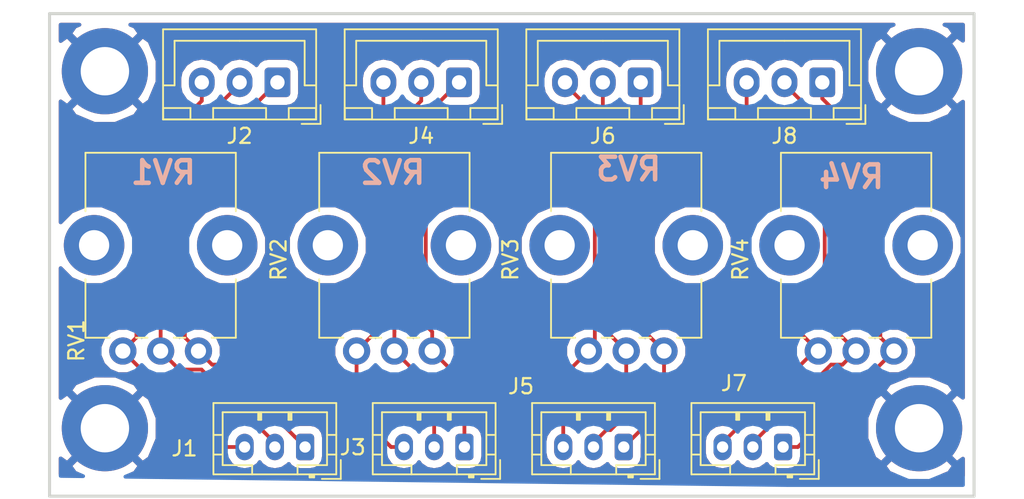
<source format=kicad_pcb>
(kicad_pcb (version 20171130) (host pcbnew "(5.0.1)-rc2")

  (general
    (thickness 1.6)
    (drawings 8)
    (tracks 78)
    (zones 0)
    (modules 16)
    (nets 14)
  )

  (page A4)
  (layers
    (0 F.Cu signal)
    (31 B.Cu signal)
    (32 B.Adhes user)
    (33 F.Adhes user)
    (34 B.Paste user)
    (35 F.Paste user)
    (36 B.SilkS user)
    (37 F.SilkS user)
    (38 B.Mask user)
    (39 F.Mask user)
    (40 Dwgs.User user)
    (41 Cmts.User user)
    (42 Eco1.User user)
    (43 Eco2.User user)
    (44 Edge.Cuts user)
    (45 Margin user)
    (46 B.CrtYd user)
    (47 F.CrtYd user)
    (48 B.Fab user)
    (49 F.Fab user)
  )

  (setup
    (last_trace_width 0.25)
    (trace_clearance 0.2)
    (zone_clearance 0.508)
    (zone_45_only no)
    (trace_min 0.2)
    (segment_width 0.2)
    (edge_width 0.15)
    (via_size 0.8)
    (via_drill 0.4)
    (via_min_size 0.4)
    (via_min_drill 0.3)
    (uvia_size 0.3)
    (uvia_drill 0.1)
    (uvias_allowed no)
    (uvia_min_size 0.2)
    (uvia_min_drill 0.1)
    (pcb_text_width 0.3)
    (pcb_text_size 1.5 1.5)
    (mod_edge_width 0.15)
    (mod_text_size 1 1)
    (mod_text_width 0.15)
    (pad_size 1.524 1.524)
    (pad_drill 0.762)
    (pad_to_mask_clearance 0.051)
    (solder_mask_min_width 0.25)
    (aux_axis_origin 0 0)
    (visible_elements FFFFFF7F)
    (pcbplotparams
      (layerselection 0x010fc_ffffffff)
      (usegerberextensions false)
      (usegerberattributes false)
      (usegerberadvancedattributes false)
      (creategerberjobfile false)
      (excludeedgelayer true)
      (linewidth 0.100000)
      (plotframeref false)
      (viasonmask false)
      (mode 1)
      (useauxorigin false)
      (hpglpennumber 1)
      (hpglpenspeed 20)
      (hpglpendiameter 15.000000)
      (psnegative false)
      (psa4output false)
      (plotreference true)
      (plotvalue true)
      (plotinvisibletext false)
      (padsonsilk false)
      (subtractmaskfromsilk false)
      (outputformat 1)
      (mirror false)
      (drillshape 0)
      (scaleselection 1)
      (outputdirectory "4pot/"))
  )

  (net 0 "")
  (net 1 "Net-(J1-Pad1)")
  (net 2 "Net-(J1-Pad2)")
  (net 3 "Net-(J1-Pad3)")
  (net 4 "Net-(J3-Pad1)")
  (net 5 "Net-(J3-Pad2)")
  (net 6 "Net-(J3-Pad3)")
  (net 7 "Net-(J5-Pad3)")
  (net 8 "Net-(J5-Pad2)")
  (net 9 "Net-(J5-Pad1)")
  (net 10 "Net-(J7-Pad3)")
  (net 11 "Net-(J7-Pad2)")
  (net 12 "Net-(J7-Pad1)")
  (net 13 GND)

  (net_class Default "This is the default net class."
    (clearance 0.2)
    (trace_width 0.25)
    (via_dia 0.8)
    (via_drill 0.4)
    (uvia_dia 0.3)
    (uvia_drill 0.1)
    (add_net GND)
    (add_net "Net-(J1-Pad1)")
    (add_net "Net-(J1-Pad2)")
    (add_net "Net-(J1-Pad3)")
    (add_net "Net-(J3-Pad1)")
    (add_net "Net-(J3-Pad2)")
    (add_net "Net-(J3-Pad3)")
    (add_net "Net-(J5-Pad1)")
    (add_net "Net-(J5-Pad2)")
    (add_net "Net-(J5-Pad3)")
    (add_net "Net-(J7-Pad1)")
    (add_net "Net-(J7-Pad2)")
    (add_net "Net-(J7-Pad3)")
  )

  (module MountingHole:MountingHole_3.2mm_M3_ISO7380_Pad (layer F.Cu) (tedit 5C3BF204) (tstamp 5C489598)
    (at 92.4306 40.6654)
    (descr "Mounting Hole 3.2mm, M3, ISO7380")
    (tags "mounting hole 3.2mm m3 iso7380")
    (path /5C3C173D)
    (attr virtual)
    (fp_text reference H4 (at 0 -3.85) (layer F.SilkS) hide
      (effects (font (size 1 1) (thickness 0.15)))
    )
    (fp_text value MountingHole_Pad (at 0 3.85) (layer F.Fab)
      (effects (font (size 1 1) (thickness 0.15)))
    )
    (fp_circle (center 0 0) (end 3.1 0) (layer F.CrtYd) (width 0.05))
    (fp_circle (center 0 0) (end 2.85 0) (layer Cmts.User) (width 0.15))
    (fp_text user %R (at 0.3 0) (layer F.Fab)
      (effects (font (size 1 1) (thickness 0.15)))
    )
    (pad 1 thru_hole circle (at 0 0) (size 5.7 5.7) (drill 3.2) (layers *.Cu *.Mask)
      (net 13 GND))
  )

  (module MountingHole:MountingHole_3.2mm_M3_ISO7380_Pad (layer F.Cu) (tedit 5C3BF1F8) (tstamp 5C489590)
    (at 146.2532 64.2874)
    (descr "Mounting Hole 3.2mm, M3, ISO7380")
    (tags "mounting hole 3.2mm m3 iso7380")
    (path /5C3C176F)
    (attr virtual)
    (fp_text reference H3 (at 0 -3.85) (layer F.SilkS) hide
      (effects (font (size 1 1) (thickness 0.15)))
    )
    (fp_text value MountingHole_Pad (at 0 3.85) (layer F.Fab)
      (effects (font (size 1 1) (thickness 0.15)))
    )
    (fp_text user %R (at 0.3 0) (layer F.Fab)
      (effects (font (size 1 1) (thickness 0.15)))
    )
    (fp_circle (center 0 0) (end 2.85 0) (layer Cmts.User) (width 0.15))
    (fp_circle (center 0 0) (end 3.1 0) (layer F.CrtYd) (width 0.05))
    (pad 1 thru_hole circle (at 0 0) (size 5.7 5.7) (drill 3.2) (layers *.Cu *.Mask)
      (net 13 GND))
  )

  (module MountingHole:MountingHole_3.2mm_M3_ISO7380_Pad (layer F.Cu) (tedit 5C3BF1FE) (tstamp 5C489588)
    (at 92.4306 64.2874)
    (descr "Mounting Hole 3.2mm, M3, ISO7380")
    (tags "mounting hole 3.2mm m3 iso7380")
    (path /5C3C17B3)
    (attr virtual)
    (fp_text reference H2 (at 0 -3.85) (layer F.SilkS) hide
      (effects (font (size 1 1) (thickness 0.15)))
    )
    (fp_text value MountingHole_Pad (at 0 3.85) (layer F.Fab)
      (effects (font (size 1 1) (thickness 0.15)))
    )
    (fp_circle (center 0 0) (end 3.1 0) (layer F.CrtYd) (width 0.05))
    (fp_circle (center 0 0) (end 2.85 0) (layer Cmts.User) (width 0.15))
    (fp_text user %R (at 0.3 0) (layer F.Fab)
      (effects (font (size 1 1) (thickness 0.15)))
    )
    (pad 1 thru_hole circle (at 0 0) (size 5.7 5.7) (drill 3.2) (layers *.Cu *.Mask)
      (net 13 GND))
  )

  (module MountingHole:MountingHole_3.2mm_M3_ISO7380_Pad (layer F.Cu) (tedit 5C3BF20A) (tstamp 5C489580)
    (at 146.2532 40.6654)
    (descr "Mounting Hole 3.2mm, M3, ISO7380")
    (tags "mounting hole 3.2mm m3 iso7380")
    (path /5C3C16D0)
    (attr virtual)
    (fp_text reference H1 (at 0 -3.85) (layer F.SilkS) hide
      (effects (font (size 1 1) (thickness 0.15)))
    )
    (fp_text value MountingHole_Pad (at 0 3.85) (layer F.Fab)
      (effects (font (size 1 1) (thickness 0.15)))
    )
    (fp_text user %R (at 0.3 0) (layer F.Fab)
      (effects (font (size 1 1) (thickness 0.15)))
    )
    (fp_circle (center 0 0) (end 2.85 0) (layer Cmts.User) (width 0.15))
    (fp_circle (center 0 0) (end 3.1 0) (layer F.CrtYd) (width 0.05))
    (pad 1 thru_hole circle (at 0 0) (size 5.7 5.7) (drill 3.2) (layers *.Cu *.Mask)
      (net 13 GND))
  )

  (module Connector_JST:JST_PH_B3B-PH-K_1x03_P2.00mm_Vertical (layer F.Cu) (tedit 5B7745C2) (tstamp 5C486F9F)
    (at 105.664 65.532 180)
    (descr "JST PH series connector, B3B-PH-K (http://www.jst-mfg.com/product/pdf/eng/ePH.pdf), generated with kicad-footprint-generator")
    (tags "connector JST PH side entry")
    (path /5C3BED8C)
    (fp_text reference J1 (at 7.9756 -0.1016 180) (layer F.SilkS)
      (effects (font (size 1 1) (thickness 0.15)))
    )
    (fp_text value Pot1-2.0mm (at 2 4 180) (layer F.Fab)
      (effects (font (size 1 1) (thickness 0.15)))
    )
    (fp_line (start -2.06 -1.81) (end -2.06 2.91) (layer F.SilkS) (width 0.12))
    (fp_line (start -2.06 2.91) (end 6.06 2.91) (layer F.SilkS) (width 0.12))
    (fp_line (start 6.06 2.91) (end 6.06 -1.81) (layer F.SilkS) (width 0.12))
    (fp_line (start 6.06 -1.81) (end -2.06 -1.81) (layer F.SilkS) (width 0.12))
    (fp_line (start -0.3 -1.81) (end -0.3 -2.01) (layer F.SilkS) (width 0.12))
    (fp_line (start -0.3 -2.01) (end -0.6 -2.01) (layer F.SilkS) (width 0.12))
    (fp_line (start -0.6 -2.01) (end -0.6 -1.81) (layer F.SilkS) (width 0.12))
    (fp_line (start -0.3 -1.91) (end -0.6 -1.91) (layer F.SilkS) (width 0.12))
    (fp_line (start 0.5 -1.81) (end 0.5 -1.2) (layer F.SilkS) (width 0.12))
    (fp_line (start 0.5 -1.2) (end -1.45 -1.2) (layer F.SilkS) (width 0.12))
    (fp_line (start -1.45 -1.2) (end -1.45 2.3) (layer F.SilkS) (width 0.12))
    (fp_line (start -1.45 2.3) (end 5.45 2.3) (layer F.SilkS) (width 0.12))
    (fp_line (start 5.45 2.3) (end 5.45 -1.2) (layer F.SilkS) (width 0.12))
    (fp_line (start 5.45 -1.2) (end 3.5 -1.2) (layer F.SilkS) (width 0.12))
    (fp_line (start 3.5 -1.2) (end 3.5 -1.81) (layer F.SilkS) (width 0.12))
    (fp_line (start -2.06 -0.5) (end -1.45 -0.5) (layer F.SilkS) (width 0.12))
    (fp_line (start -2.06 0.8) (end -1.45 0.8) (layer F.SilkS) (width 0.12))
    (fp_line (start 6.06 -0.5) (end 5.45 -0.5) (layer F.SilkS) (width 0.12))
    (fp_line (start 6.06 0.8) (end 5.45 0.8) (layer F.SilkS) (width 0.12))
    (fp_line (start 0.9 2.3) (end 0.9 1.8) (layer F.SilkS) (width 0.12))
    (fp_line (start 0.9 1.8) (end 1.1 1.8) (layer F.SilkS) (width 0.12))
    (fp_line (start 1.1 1.8) (end 1.1 2.3) (layer F.SilkS) (width 0.12))
    (fp_line (start 1 2.3) (end 1 1.8) (layer F.SilkS) (width 0.12))
    (fp_line (start 2.9 2.3) (end 2.9 1.8) (layer F.SilkS) (width 0.12))
    (fp_line (start 2.9 1.8) (end 3.1 1.8) (layer F.SilkS) (width 0.12))
    (fp_line (start 3.1 1.8) (end 3.1 2.3) (layer F.SilkS) (width 0.12))
    (fp_line (start 3 2.3) (end 3 1.8) (layer F.SilkS) (width 0.12))
    (fp_line (start -1.11 -2.11) (end -2.36 -2.11) (layer F.SilkS) (width 0.12))
    (fp_line (start -2.36 -2.11) (end -2.36 -0.86) (layer F.SilkS) (width 0.12))
    (fp_line (start -1.11 -2.11) (end -2.36 -2.11) (layer F.Fab) (width 0.1))
    (fp_line (start -2.36 -2.11) (end -2.36 -0.86) (layer F.Fab) (width 0.1))
    (fp_line (start -1.95 -1.7) (end -1.95 2.8) (layer F.Fab) (width 0.1))
    (fp_line (start -1.95 2.8) (end 5.95 2.8) (layer F.Fab) (width 0.1))
    (fp_line (start 5.95 2.8) (end 5.95 -1.7) (layer F.Fab) (width 0.1))
    (fp_line (start 5.95 -1.7) (end -1.95 -1.7) (layer F.Fab) (width 0.1))
    (fp_line (start -2.45 -2.2) (end -2.45 3.3) (layer F.CrtYd) (width 0.05))
    (fp_line (start -2.45 3.3) (end 6.45 3.3) (layer F.CrtYd) (width 0.05))
    (fp_line (start 6.45 3.3) (end 6.45 -2.2) (layer F.CrtYd) (width 0.05))
    (fp_line (start 6.45 -2.2) (end -2.45 -2.2) (layer F.CrtYd) (width 0.05))
    (fp_text user %R (at 2 1.5 180) (layer F.Fab)
      (effects (font (size 1 1) (thickness 0.15)))
    )
    (pad 1 thru_hole roundrect (at 0 0 180) (size 1.2 1.75) (drill 0.75) (layers *.Cu *.Mask) (roundrect_rratio 0.208333)
      (net 1 "Net-(J1-Pad1)"))
    (pad 2 thru_hole oval (at 2 0 180) (size 1.2 1.75) (drill 0.75) (layers *.Cu *.Mask)
      (net 2 "Net-(J1-Pad2)"))
    (pad 3 thru_hole oval (at 4 0 180) (size 1.2 1.75) (drill 0.75) (layers *.Cu *.Mask)
      (net 3 "Net-(J1-Pad3)"))
    (model ${KISYS3DMOD}/Connector_JST.3dshapes/JST_PH_B3B-PH-K_1x03_P2.00mm_Vertical.wrl
      (at (xyz 0 0 0))
      (scale (xyz 1 1 1))
      (rotate (xyz 0 0 0))
    )
  )

  (module Connector_JST:JST_XH_B03B-XH-A_1x03_P2.50mm_Vertical (layer F.Cu) (tedit 5B7754C5) (tstamp 5C486FC9)
    (at 103.8352 41.402 180)
    (descr "JST XH series connector, B03B-XH-A (http://www.jst-mfg.com/product/pdf/eng/eXH.pdf), generated with kicad-footprint-generator")
    (tags "connector JST XH side entry")
    (path /5C3BF7F3)
    (fp_text reference J2 (at 2.5 -3.55 180) (layer F.SilkS)
      (effects (font (size 1 1) (thickness 0.15)))
    )
    (fp_text value Pot-2.5mm (at 2.5 4.6 180) (layer F.Fab)
      (effects (font (size 1 1) (thickness 0.15)))
    )
    (fp_line (start -2.45 -2.35) (end -2.45 3.4) (layer F.Fab) (width 0.1))
    (fp_line (start -2.45 3.4) (end 7.45 3.4) (layer F.Fab) (width 0.1))
    (fp_line (start 7.45 3.4) (end 7.45 -2.35) (layer F.Fab) (width 0.1))
    (fp_line (start 7.45 -2.35) (end -2.45 -2.35) (layer F.Fab) (width 0.1))
    (fp_line (start -2.56 -2.46) (end -2.56 3.51) (layer F.SilkS) (width 0.12))
    (fp_line (start -2.56 3.51) (end 7.56 3.51) (layer F.SilkS) (width 0.12))
    (fp_line (start 7.56 3.51) (end 7.56 -2.46) (layer F.SilkS) (width 0.12))
    (fp_line (start 7.56 -2.46) (end -2.56 -2.46) (layer F.SilkS) (width 0.12))
    (fp_line (start -2.95 -2.85) (end -2.95 3.9) (layer F.CrtYd) (width 0.05))
    (fp_line (start -2.95 3.9) (end 7.95 3.9) (layer F.CrtYd) (width 0.05))
    (fp_line (start 7.95 3.9) (end 7.95 -2.85) (layer F.CrtYd) (width 0.05))
    (fp_line (start 7.95 -2.85) (end -2.95 -2.85) (layer F.CrtYd) (width 0.05))
    (fp_line (start -0.625 -2.35) (end 0 -1.35) (layer F.Fab) (width 0.1))
    (fp_line (start 0 -1.35) (end 0.625 -2.35) (layer F.Fab) (width 0.1))
    (fp_line (start 0.75 -2.45) (end 0.75 -1.7) (layer F.SilkS) (width 0.12))
    (fp_line (start 0.75 -1.7) (end 4.25 -1.7) (layer F.SilkS) (width 0.12))
    (fp_line (start 4.25 -1.7) (end 4.25 -2.45) (layer F.SilkS) (width 0.12))
    (fp_line (start 4.25 -2.45) (end 0.75 -2.45) (layer F.SilkS) (width 0.12))
    (fp_line (start -2.55 -2.45) (end -2.55 -1.7) (layer F.SilkS) (width 0.12))
    (fp_line (start -2.55 -1.7) (end -0.75 -1.7) (layer F.SilkS) (width 0.12))
    (fp_line (start -0.75 -1.7) (end -0.75 -2.45) (layer F.SilkS) (width 0.12))
    (fp_line (start -0.75 -2.45) (end -2.55 -2.45) (layer F.SilkS) (width 0.12))
    (fp_line (start 5.75 -2.45) (end 5.75 -1.7) (layer F.SilkS) (width 0.12))
    (fp_line (start 5.75 -1.7) (end 7.55 -1.7) (layer F.SilkS) (width 0.12))
    (fp_line (start 7.55 -1.7) (end 7.55 -2.45) (layer F.SilkS) (width 0.12))
    (fp_line (start 7.55 -2.45) (end 5.75 -2.45) (layer F.SilkS) (width 0.12))
    (fp_line (start -2.55 -0.2) (end -1.8 -0.2) (layer F.SilkS) (width 0.12))
    (fp_line (start -1.8 -0.2) (end -1.8 2.75) (layer F.SilkS) (width 0.12))
    (fp_line (start -1.8 2.75) (end 2.5 2.75) (layer F.SilkS) (width 0.12))
    (fp_line (start 7.55 -0.2) (end 6.8 -0.2) (layer F.SilkS) (width 0.12))
    (fp_line (start 6.8 -0.2) (end 6.8 2.75) (layer F.SilkS) (width 0.12))
    (fp_line (start 6.8 2.75) (end 2.5 2.75) (layer F.SilkS) (width 0.12))
    (fp_line (start -1.6 -2.75) (end -2.85 -2.75) (layer F.SilkS) (width 0.12))
    (fp_line (start -2.85 -2.75) (end -2.85 -1.5) (layer F.SilkS) (width 0.12))
    (fp_text user %R (at 2.5 2.7 180) (layer F.Fab)
      (effects (font (size 1 1) (thickness 0.15)))
    )
    (pad 1 thru_hole roundrect (at 0 0 180) (size 1.7 1.95) (drill 0.95) (layers *.Cu *.Mask) (roundrect_rratio 0.147059)
      (net 1 "Net-(J1-Pad1)"))
    (pad 2 thru_hole oval (at 2.5 0 180) (size 1.7 1.95) (drill 0.95) (layers *.Cu *.Mask)
      (net 2 "Net-(J1-Pad2)"))
    (pad 3 thru_hole oval (at 5 0 180) (size 1.7 1.95) (drill 0.95) (layers *.Cu *.Mask)
      (net 3 "Net-(J1-Pad3)"))
    (model ${KISYS3DMOD}/Connector_JST.3dshapes/JST_XH_B03B-XH-A_1x03_P2.50mm_Vertical.wrl
      (at (xyz 0 0 0))
      (scale (xyz 1 1 1))
      (rotate (xyz 0 0 0))
    )
  )

  (module Connector_JST:JST_PH_B3B-PH-K_1x03_P2.00mm_Vertical (layer F.Cu) (tedit 5B7745C2) (tstamp 5C486FF8)
    (at 116.196533 65.532 180)
    (descr "JST PH series connector, B3B-PH-K (http://www.jst-mfg.com/product/pdf/eng/ePH.pdf), generated with kicad-footprint-generator")
    (tags "connector JST PH side entry")
    (path /5C3C0CFA)
    (fp_text reference J3 (at 7.382933 -0.0254 180) (layer F.SilkS)
      (effects (font (size 1 1) (thickness 0.15)))
    )
    (fp_text value Pot1-2.0mm (at 2 4 180) (layer F.Fab)
      (effects (font (size 1 1) (thickness 0.15)))
    )
    (fp_line (start -2.06 -1.81) (end -2.06 2.91) (layer F.SilkS) (width 0.12))
    (fp_line (start -2.06 2.91) (end 6.06 2.91) (layer F.SilkS) (width 0.12))
    (fp_line (start 6.06 2.91) (end 6.06 -1.81) (layer F.SilkS) (width 0.12))
    (fp_line (start 6.06 -1.81) (end -2.06 -1.81) (layer F.SilkS) (width 0.12))
    (fp_line (start -0.3 -1.81) (end -0.3 -2.01) (layer F.SilkS) (width 0.12))
    (fp_line (start -0.3 -2.01) (end -0.6 -2.01) (layer F.SilkS) (width 0.12))
    (fp_line (start -0.6 -2.01) (end -0.6 -1.81) (layer F.SilkS) (width 0.12))
    (fp_line (start -0.3 -1.91) (end -0.6 -1.91) (layer F.SilkS) (width 0.12))
    (fp_line (start 0.5 -1.81) (end 0.5 -1.2) (layer F.SilkS) (width 0.12))
    (fp_line (start 0.5 -1.2) (end -1.45 -1.2) (layer F.SilkS) (width 0.12))
    (fp_line (start -1.45 -1.2) (end -1.45 2.3) (layer F.SilkS) (width 0.12))
    (fp_line (start -1.45 2.3) (end 5.45 2.3) (layer F.SilkS) (width 0.12))
    (fp_line (start 5.45 2.3) (end 5.45 -1.2) (layer F.SilkS) (width 0.12))
    (fp_line (start 5.45 -1.2) (end 3.5 -1.2) (layer F.SilkS) (width 0.12))
    (fp_line (start 3.5 -1.2) (end 3.5 -1.81) (layer F.SilkS) (width 0.12))
    (fp_line (start -2.06 -0.5) (end -1.45 -0.5) (layer F.SilkS) (width 0.12))
    (fp_line (start -2.06 0.8) (end -1.45 0.8) (layer F.SilkS) (width 0.12))
    (fp_line (start 6.06 -0.5) (end 5.45 -0.5) (layer F.SilkS) (width 0.12))
    (fp_line (start 6.06 0.8) (end 5.45 0.8) (layer F.SilkS) (width 0.12))
    (fp_line (start 0.9 2.3) (end 0.9 1.8) (layer F.SilkS) (width 0.12))
    (fp_line (start 0.9 1.8) (end 1.1 1.8) (layer F.SilkS) (width 0.12))
    (fp_line (start 1.1 1.8) (end 1.1 2.3) (layer F.SilkS) (width 0.12))
    (fp_line (start 1 2.3) (end 1 1.8) (layer F.SilkS) (width 0.12))
    (fp_line (start 2.9 2.3) (end 2.9 1.8) (layer F.SilkS) (width 0.12))
    (fp_line (start 2.9 1.8) (end 3.1 1.8) (layer F.SilkS) (width 0.12))
    (fp_line (start 3.1 1.8) (end 3.1 2.3) (layer F.SilkS) (width 0.12))
    (fp_line (start 3 2.3) (end 3 1.8) (layer F.SilkS) (width 0.12))
    (fp_line (start -1.11 -2.11) (end -2.36 -2.11) (layer F.SilkS) (width 0.12))
    (fp_line (start -2.36 -2.11) (end -2.36 -0.86) (layer F.SilkS) (width 0.12))
    (fp_line (start -1.11 -2.11) (end -2.36 -2.11) (layer F.Fab) (width 0.1))
    (fp_line (start -2.36 -2.11) (end -2.36 -0.86) (layer F.Fab) (width 0.1))
    (fp_line (start -1.95 -1.7) (end -1.95 2.8) (layer F.Fab) (width 0.1))
    (fp_line (start -1.95 2.8) (end 5.95 2.8) (layer F.Fab) (width 0.1))
    (fp_line (start 5.95 2.8) (end 5.95 -1.7) (layer F.Fab) (width 0.1))
    (fp_line (start 5.95 -1.7) (end -1.95 -1.7) (layer F.Fab) (width 0.1))
    (fp_line (start -2.45 -2.2) (end -2.45 3.3) (layer F.CrtYd) (width 0.05))
    (fp_line (start -2.45 3.3) (end 6.45 3.3) (layer F.CrtYd) (width 0.05))
    (fp_line (start 6.45 3.3) (end 6.45 -2.2) (layer F.CrtYd) (width 0.05))
    (fp_line (start 6.45 -2.2) (end -2.45 -2.2) (layer F.CrtYd) (width 0.05))
    (fp_text user %R (at 2 1.5 180) (layer F.Fab)
      (effects (font (size 1 1) (thickness 0.15)))
    )
    (pad 1 thru_hole roundrect (at 0 0 180) (size 1.2 1.75) (drill 0.75) (layers *.Cu *.Mask) (roundrect_rratio 0.208333)
      (net 4 "Net-(J3-Pad1)"))
    (pad 2 thru_hole oval (at 2 0 180) (size 1.2 1.75) (drill 0.75) (layers *.Cu *.Mask)
      (net 5 "Net-(J3-Pad2)"))
    (pad 3 thru_hole oval (at 4 0 180) (size 1.2 1.75) (drill 0.75) (layers *.Cu *.Mask)
      (net 6 "Net-(J3-Pad3)"))
    (model ${KISYS3DMOD}/Connector_JST.3dshapes/JST_PH_B3B-PH-K_1x03_P2.00mm_Vertical.wrl
      (at (xyz 0 0 0))
      (scale (xyz 1 1 1))
      (rotate (xyz 0 0 0))
    )
  )

  (module Connector_JST:JST_XH_B03B-XH-A_1x03_P2.50mm_Vertical (layer F.Cu) (tedit 5B7754C5) (tstamp 5C487022)
    (at 115.840933 41.402 180)
    (descr "JST XH series connector, B03B-XH-A (http://www.jst-mfg.com/product/pdf/eng/eXH.pdf), generated with kicad-footprint-generator")
    (tags "connector JST XH side entry")
    (path /5C3C0D00)
    (fp_text reference J4 (at 2.5 -3.55 180) (layer F.SilkS)
      (effects (font (size 1 1) (thickness 0.15)))
    )
    (fp_text value Pot-2.5mm (at 2.5 4.6 180) (layer F.Fab)
      (effects (font (size 1 1) (thickness 0.15)))
    )
    (fp_line (start -2.45 -2.35) (end -2.45 3.4) (layer F.Fab) (width 0.1))
    (fp_line (start -2.45 3.4) (end 7.45 3.4) (layer F.Fab) (width 0.1))
    (fp_line (start 7.45 3.4) (end 7.45 -2.35) (layer F.Fab) (width 0.1))
    (fp_line (start 7.45 -2.35) (end -2.45 -2.35) (layer F.Fab) (width 0.1))
    (fp_line (start -2.56 -2.46) (end -2.56 3.51) (layer F.SilkS) (width 0.12))
    (fp_line (start -2.56 3.51) (end 7.56 3.51) (layer F.SilkS) (width 0.12))
    (fp_line (start 7.56 3.51) (end 7.56 -2.46) (layer F.SilkS) (width 0.12))
    (fp_line (start 7.56 -2.46) (end -2.56 -2.46) (layer F.SilkS) (width 0.12))
    (fp_line (start -2.95 -2.85) (end -2.95 3.9) (layer F.CrtYd) (width 0.05))
    (fp_line (start -2.95 3.9) (end 7.95 3.9) (layer F.CrtYd) (width 0.05))
    (fp_line (start 7.95 3.9) (end 7.95 -2.85) (layer F.CrtYd) (width 0.05))
    (fp_line (start 7.95 -2.85) (end -2.95 -2.85) (layer F.CrtYd) (width 0.05))
    (fp_line (start -0.625 -2.35) (end 0 -1.35) (layer F.Fab) (width 0.1))
    (fp_line (start 0 -1.35) (end 0.625 -2.35) (layer F.Fab) (width 0.1))
    (fp_line (start 0.75 -2.45) (end 0.75 -1.7) (layer F.SilkS) (width 0.12))
    (fp_line (start 0.75 -1.7) (end 4.25 -1.7) (layer F.SilkS) (width 0.12))
    (fp_line (start 4.25 -1.7) (end 4.25 -2.45) (layer F.SilkS) (width 0.12))
    (fp_line (start 4.25 -2.45) (end 0.75 -2.45) (layer F.SilkS) (width 0.12))
    (fp_line (start -2.55 -2.45) (end -2.55 -1.7) (layer F.SilkS) (width 0.12))
    (fp_line (start -2.55 -1.7) (end -0.75 -1.7) (layer F.SilkS) (width 0.12))
    (fp_line (start -0.75 -1.7) (end -0.75 -2.45) (layer F.SilkS) (width 0.12))
    (fp_line (start -0.75 -2.45) (end -2.55 -2.45) (layer F.SilkS) (width 0.12))
    (fp_line (start 5.75 -2.45) (end 5.75 -1.7) (layer F.SilkS) (width 0.12))
    (fp_line (start 5.75 -1.7) (end 7.55 -1.7) (layer F.SilkS) (width 0.12))
    (fp_line (start 7.55 -1.7) (end 7.55 -2.45) (layer F.SilkS) (width 0.12))
    (fp_line (start 7.55 -2.45) (end 5.75 -2.45) (layer F.SilkS) (width 0.12))
    (fp_line (start -2.55 -0.2) (end -1.8 -0.2) (layer F.SilkS) (width 0.12))
    (fp_line (start -1.8 -0.2) (end -1.8 2.75) (layer F.SilkS) (width 0.12))
    (fp_line (start -1.8 2.75) (end 2.5 2.75) (layer F.SilkS) (width 0.12))
    (fp_line (start 7.55 -0.2) (end 6.8 -0.2) (layer F.SilkS) (width 0.12))
    (fp_line (start 6.8 -0.2) (end 6.8 2.75) (layer F.SilkS) (width 0.12))
    (fp_line (start 6.8 2.75) (end 2.5 2.75) (layer F.SilkS) (width 0.12))
    (fp_line (start -1.6 -2.75) (end -2.85 -2.75) (layer F.SilkS) (width 0.12))
    (fp_line (start -2.85 -2.75) (end -2.85 -1.5) (layer F.SilkS) (width 0.12))
    (fp_text user %R (at 2.5 2.7 180) (layer F.Fab)
      (effects (font (size 1 1) (thickness 0.15)))
    )
    (pad 1 thru_hole roundrect (at 0 0 180) (size 1.7 1.95) (drill 0.95) (layers *.Cu *.Mask) (roundrect_rratio 0.147059)
      (net 4 "Net-(J3-Pad1)"))
    (pad 2 thru_hole oval (at 2.5 0 180) (size 1.7 1.95) (drill 0.95) (layers *.Cu *.Mask)
      (net 5 "Net-(J3-Pad2)"))
    (pad 3 thru_hole oval (at 5 0 180) (size 1.7 1.95) (drill 0.95) (layers *.Cu *.Mask)
      (net 6 "Net-(J3-Pad3)"))
    (model ${KISYS3DMOD}/Connector_JST.3dshapes/JST_XH_B03B-XH-A_1x03_P2.50mm_Vertical.wrl
      (at (xyz 0 0 0))
      (scale (xyz 1 1 1))
      (rotate (xyz 0 0 0))
    )
  )

  (module Connector_JST:JST_PH_B3B-PH-K_1x03_P2.00mm_Vertical (layer F.Cu) (tedit 5B7745C2) (tstamp 5C487051)
    (at 126.729066 65.532 180)
    (descr "JST PH series connector, B3B-PH-K (http://www.jst-mfg.com/product/pdf/eng/ePH.pdf), generated with kicad-footprint-generator")
    (tags "connector JST PH side entry")
    (path /5C3C0B6E)
    (fp_text reference J5 (at 6.790266 4.0132 180) (layer F.SilkS)
      (effects (font (size 1 1) (thickness 0.15)))
    )
    (fp_text value Pot1-2.0mm (at 2 4 180) (layer F.Fab)
      (effects (font (size 1 1) (thickness 0.15)))
    )
    (fp_text user %R (at 2 1.5 180) (layer F.Fab)
      (effects (font (size 1 1) (thickness 0.15)))
    )
    (fp_line (start 6.45 -2.2) (end -2.45 -2.2) (layer F.CrtYd) (width 0.05))
    (fp_line (start 6.45 3.3) (end 6.45 -2.2) (layer F.CrtYd) (width 0.05))
    (fp_line (start -2.45 3.3) (end 6.45 3.3) (layer F.CrtYd) (width 0.05))
    (fp_line (start -2.45 -2.2) (end -2.45 3.3) (layer F.CrtYd) (width 0.05))
    (fp_line (start 5.95 -1.7) (end -1.95 -1.7) (layer F.Fab) (width 0.1))
    (fp_line (start 5.95 2.8) (end 5.95 -1.7) (layer F.Fab) (width 0.1))
    (fp_line (start -1.95 2.8) (end 5.95 2.8) (layer F.Fab) (width 0.1))
    (fp_line (start -1.95 -1.7) (end -1.95 2.8) (layer F.Fab) (width 0.1))
    (fp_line (start -2.36 -2.11) (end -2.36 -0.86) (layer F.Fab) (width 0.1))
    (fp_line (start -1.11 -2.11) (end -2.36 -2.11) (layer F.Fab) (width 0.1))
    (fp_line (start -2.36 -2.11) (end -2.36 -0.86) (layer F.SilkS) (width 0.12))
    (fp_line (start -1.11 -2.11) (end -2.36 -2.11) (layer F.SilkS) (width 0.12))
    (fp_line (start 3 2.3) (end 3 1.8) (layer F.SilkS) (width 0.12))
    (fp_line (start 3.1 1.8) (end 3.1 2.3) (layer F.SilkS) (width 0.12))
    (fp_line (start 2.9 1.8) (end 3.1 1.8) (layer F.SilkS) (width 0.12))
    (fp_line (start 2.9 2.3) (end 2.9 1.8) (layer F.SilkS) (width 0.12))
    (fp_line (start 1 2.3) (end 1 1.8) (layer F.SilkS) (width 0.12))
    (fp_line (start 1.1 1.8) (end 1.1 2.3) (layer F.SilkS) (width 0.12))
    (fp_line (start 0.9 1.8) (end 1.1 1.8) (layer F.SilkS) (width 0.12))
    (fp_line (start 0.9 2.3) (end 0.9 1.8) (layer F.SilkS) (width 0.12))
    (fp_line (start 6.06 0.8) (end 5.45 0.8) (layer F.SilkS) (width 0.12))
    (fp_line (start 6.06 -0.5) (end 5.45 -0.5) (layer F.SilkS) (width 0.12))
    (fp_line (start -2.06 0.8) (end -1.45 0.8) (layer F.SilkS) (width 0.12))
    (fp_line (start -2.06 -0.5) (end -1.45 -0.5) (layer F.SilkS) (width 0.12))
    (fp_line (start 3.5 -1.2) (end 3.5 -1.81) (layer F.SilkS) (width 0.12))
    (fp_line (start 5.45 -1.2) (end 3.5 -1.2) (layer F.SilkS) (width 0.12))
    (fp_line (start 5.45 2.3) (end 5.45 -1.2) (layer F.SilkS) (width 0.12))
    (fp_line (start -1.45 2.3) (end 5.45 2.3) (layer F.SilkS) (width 0.12))
    (fp_line (start -1.45 -1.2) (end -1.45 2.3) (layer F.SilkS) (width 0.12))
    (fp_line (start 0.5 -1.2) (end -1.45 -1.2) (layer F.SilkS) (width 0.12))
    (fp_line (start 0.5 -1.81) (end 0.5 -1.2) (layer F.SilkS) (width 0.12))
    (fp_line (start -0.3 -1.91) (end -0.6 -1.91) (layer F.SilkS) (width 0.12))
    (fp_line (start -0.6 -2.01) (end -0.6 -1.81) (layer F.SilkS) (width 0.12))
    (fp_line (start -0.3 -2.01) (end -0.6 -2.01) (layer F.SilkS) (width 0.12))
    (fp_line (start -0.3 -1.81) (end -0.3 -2.01) (layer F.SilkS) (width 0.12))
    (fp_line (start 6.06 -1.81) (end -2.06 -1.81) (layer F.SilkS) (width 0.12))
    (fp_line (start 6.06 2.91) (end 6.06 -1.81) (layer F.SilkS) (width 0.12))
    (fp_line (start -2.06 2.91) (end 6.06 2.91) (layer F.SilkS) (width 0.12))
    (fp_line (start -2.06 -1.81) (end -2.06 2.91) (layer F.SilkS) (width 0.12))
    (pad 3 thru_hole oval (at 4 0 180) (size 1.2 1.75) (drill 0.75) (layers *.Cu *.Mask)
      (net 7 "Net-(J5-Pad3)"))
    (pad 2 thru_hole oval (at 2 0 180) (size 1.2 1.75) (drill 0.75) (layers *.Cu *.Mask)
      (net 8 "Net-(J5-Pad2)"))
    (pad 1 thru_hole roundrect (at 0 0 180) (size 1.2 1.75) (drill 0.75) (layers *.Cu *.Mask) (roundrect_rratio 0.208333)
      (net 9 "Net-(J5-Pad1)"))
    (model ${KISYS3DMOD}/Connector_JST.3dshapes/JST_PH_B3B-PH-K_1x03_P2.00mm_Vertical.wrl
      (at (xyz 0 0 0))
      (scale (xyz 1 1 1))
      (rotate (xyz 0 0 0))
    )
  )

  (module Connector_JST:JST_XH_B03B-XH-A_1x03_P2.50mm_Vertical (layer F.Cu) (tedit 5B7754C5) (tstamp 5C48707B)
    (at 127.846666 41.402 180)
    (descr "JST XH series connector, B03B-XH-A (http://www.jst-mfg.com/product/pdf/eng/eXH.pdf), generated with kicad-footprint-generator")
    (tags "connector JST XH side entry")
    (path /5C3C0B74)
    (fp_text reference J6 (at 2.5 -3.55 180) (layer F.SilkS)
      (effects (font (size 1 1) (thickness 0.15)))
    )
    (fp_text value Pot-2.5mm (at 2.5 4.6 180) (layer F.Fab)
      (effects (font (size 1 1) (thickness 0.15)))
    )
    (fp_text user %R (at 2.5 2.7 180) (layer F.Fab)
      (effects (font (size 1 1) (thickness 0.15)))
    )
    (fp_line (start -2.85 -2.75) (end -2.85 -1.5) (layer F.SilkS) (width 0.12))
    (fp_line (start -1.6 -2.75) (end -2.85 -2.75) (layer F.SilkS) (width 0.12))
    (fp_line (start 6.8 2.75) (end 2.5 2.75) (layer F.SilkS) (width 0.12))
    (fp_line (start 6.8 -0.2) (end 6.8 2.75) (layer F.SilkS) (width 0.12))
    (fp_line (start 7.55 -0.2) (end 6.8 -0.2) (layer F.SilkS) (width 0.12))
    (fp_line (start -1.8 2.75) (end 2.5 2.75) (layer F.SilkS) (width 0.12))
    (fp_line (start -1.8 -0.2) (end -1.8 2.75) (layer F.SilkS) (width 0.12))
    (fp_line (start -2.55 -0.2) (end -1.8 -0.2) (layer F.SilkS) (width 0.12))
    (fp_line (start 7.55 -2.45) (end 5.75 -2.45) (layer F.SilkS) (width 0.12))
    (fp_line (start 7.55 -1.7) (end 7.55 -2.45) (layer F.SilkS) (width 0.12))
    (fp_line (start 5.75 -1.7) (end 7.55 -1.7) (layer F.SilkS) (width 0.12))
    (fp_line (start 5.75 -2.45) (end 5.75 -1.7) (layer F.SilkS) (width 0.12))
    (fp_line (start -0.75 -2.45) (end -2.55 -2.45) (layer F.SilkS) (width 0.12))
    (fp_line (start -0.75 -1.7) (end -0.75 -2.45) (layer F.SilkS) (width 0.12))
    (fp_line (start -2.55 -1.7) (end -0.75 -1.7) (layer F.SilkS) (width 0.12))
    (fp_line (start -2.55 -2.45) (end -2.55 -1.7) (layer F.SilkS) (width 0.12))
    (fp_line (start 4.25 -2.45) (end 0.75 -2.45) (layer F.SilkS) (width 0.12))
    (fp_line (start 4.25 -1.7) (end 4.25 -2.45) (layer F.SilkS) (width 0.12))
    (fp_line (start 0.75 -1.7) (end 4.25 -1.7) (layer F.SilkS) (width 0.12))
    (fp_line (start 0.75 -2.45) (end 0.75 -1.7) (layer F.SilkS) (width 0.12))
    (fp_line (start 0 -1.35) (end 0.625 -2.35) (layer F.Fab) (width 0.1))
    (fp_line (start -0.625 -2.35) (end 0 -1.35) (layer F.Fab) (width 0.1))
    (fp_line (start 7.95 -2.85) (end -2.95 -2.85) (layer F.CrtYd) (width 0.05))
    (fp_line (start 7.95 3.9) (end 7.95 -2.85) (layer F.CrtYd) (width 0.05))
    (fp_line (start -2.95 3.9) (end 7.95 3.9) (layer F.CrtYd) (width 0.05))
    (fp_line (start -2.95 -2.85) (end -2.95 3.9) (layer F.CrtYd) (width 0.05))
    (fp_line (start 7.56 -2.46) (end -2.56 -2.46) (layer F.SilkS) (width 0.12))
    (fp_line (start 7.56 3.51) (end 7.56 -2.46) (layer F.SilkS) (width 0.12))
    (fp_line (start -2.56 3.51) (end 7.56 3.51) (layer F.SilkS) (width 0.12))
    (fp_line (start -2.56 -2.46) (end -2.56 3.51) (layer F.SilkS) (width 0.12))
    (fp_line (start 7.45 -2.35) (end -2.45 -2.35) (layer F.Fab) (width 0.1))
    (fp_line (start 7.45 3.4) (end 7.45 -2.35) (layer F.Fab) (width 0.1))
    (fp_line (start -2.45 3.4) (end 7.45 3.4) (layer F.Fab) (width 0.1))
    (fp_line (start -2.45 -2.35) (end -2.45 3.4) (layer F.Fab) (width 0.1))
    (pad 3 thru_hole oval (at 5 0 180) (size 1.7 1.95) (drill 0.95) (layers *.Cu *.Mask)
      (net 7 "Net-(J5-Pad3)"))
    (pad 2 thru_hole oval (at 2.5 0 180) (size 1.7 1.95) (drill 0.95) (layers *.Cu *.Mask)
      (net 8 "Net-(J5-Pad2)"))
    (pad 1 thru_hole roundrect (at 0 0 180) (size 1.7 1.95) (drill 0.95) (layers *.Cu *.Mask) (roundrect_rratio 0.147059)
      (net 9 "Net-(J5-Pad1)"))
    (model ${KISYS3DMOD}/Connector_JST.3dshapes/JST_XH_B03B-XH-A_1x03_P2.50mm_Vertical.wrl
      (at (xyz 0 0 0))
      (scale (xyz 1 1 1))
      (rotate (xyz 0 0 0))
    )
  )

  (module Connector_JST:JST_PH_B3B-PH-K_1x03_P2.00mm_Vertical (layer F.Cu) (tedit 5B7745C2) (tstamp 5C4870AA)
    (at 137.2616 65.532 180)
    (descr "JST PH series connector, B3B-PH-K (http://www.jst-mfg.com/product/pdf/eng/ePH.pdf), generated with kicad-footprint-generator")
    (tags "connector JST PH side entry")
    (path /5C3C10FF)
    (fp_text reference J7 (at 3.2512 4.2164 180) (layer F.SilkS)
      (effects (font (size 1 1) (thickness 0.15)))
    )
    (fp_text value Pot1-2.0mm (at 2 4 180) (layer F.Fab)
      (effects (font (size 1 1) (thickness 0.15)))
    )
    (fp_text user %R (at 2 1.5 180) (layer F.Fab)
      (effects (font (size 1 1) (thickness 0.15)))
    )
    (fp_line (start 6.45 -2.2) (end -2.45 -2.2) (layer F.CrtYd) (width 0.05))
    (fp_line (start 6.45 3.3) (end 6.45 -2.2) (layer F.CrtYd) (width 0.05))
    (fp_line (start -2.45 3.3) (end 6.45 3.3) (layer F.CrtYd) (width 0.05))
    (fp_line (start -2.45 -2.2) (end -2.45 3.3) (layer F.CrtYd) (width 0.05))
    (fp_line (start 5.95 -1.7) (end -1.95 -1.7) (layer F.Fab) (width 0.1))
    (fp_line (start 5.95 2.8) (end 5.95 -1.7) (layer F.Fab) (width 0.1))
    (fp_line (start -1.95 2.8) (end 5.95 2.8) (layer F.Fab) (width 0.1))
    (fp_line (start -1.95 -1.7) (end -1.95 2.8) (layer F.Fab) (width 0.1))
    (fp_line (start -2.36 -2.11) (end -2.36 -0.86) (layer F.Fab) (width 0.1))
    (fp_line (start -1.11 -2.11) (end -2.36 -2.11) (layer F.Fab) (width 0.1))
    (fp_line (start -2.36 -2.11) (end -2.36 -0.86) (layer F.SilkS) (width 0.12))
    (fp_line (start -1.11 -2.11) (end -2.36 -2.11) (layer F.SilkS) (width 0.12))
    (fp_line (start 3 2.3) (end 3 1.8) (layer F.SilkS) (width 0.12))
    (fp_line (start 3.1 1.8) (end 3.1 2.3) (layer F.SilkS) (width 0.12))
    (fp_line (start 2.9 1.8) (end 3.1 1.8) (layer F.SilkS) (width 0.12))
    (fp_line (start 2.9 2.3) (end 2.9 1.8) (layer F.SilkS) (width 0.12))
    (fp_line (start 1 2.3) (end 1 1.8) (layer F.SilkS) (width 0.12))
    (fp_line (start 1.1 1.8) (end 1.1 2.3) (layer F.SilkS) (width 0.12))
    (fp_line (start 0.9 1.8) (end 1.1 1.8) (layer F.SilkS) (width 0.12))
    (fp_line (start 0.9 2.3) (end 0.9 1.8) (layer F.SilkS) (width 0.12))
    (fp_line (start 6.06 0.8) (end 5.45 0.8) (layer F.SilkS) (width 0.12))
    (fp_line (start 6.06 -0.5) (end 5.45 -0.5) (layer F.SilkS) (width 0.12))
    (fp_line (start -2.06 0.8) (end -1.45 0.8) (layer F.SilkS) (width 0.12))
    (fp_line (start -2.06 -0.5) (end -1.45 -0.5) (layer F.SilkS) (width 0.12))
    (fp_line (start 3.5 -1.2) (end 3.5 -1.81) (layer F.SilkS) (width 0.12))
    (fp_line (start 5.45 -1.2) (end 3.5 -1.2) (layer F.SilkS) (width 0.12))
    (fp_line (start 5.45 2.3) (end 5.45 -1.2) (layer F.SilkS) (width 0.12))
    (fp_line (start -1.45 2.3) (end 5.45 2.3) (layer F.SilkS) (width 0.12))
    (fp_line (start -1.45 -1.2) (end -1.45 2.3) (layer F.SilkS) (width 0.12))
    (fp_line (start 0.5 -1.2) (end -1.45 -1.2) (layer F.SilkS) (width 0.12))
    (fp_line (start 0.5 -1.81) (end 0.5 -1.2) (layer F.SilkS) (width 0.12))
    (fp_line (start -0.3 -1.91) (end -0.6 -1.91) (layer F.SilkS) (width 0.12))
    (fp_line (start -0.6 -2.01) (end -0.6 -1.81) (layer F.SilkS) (width 0.12))
    (fp_line (start -0.3 -2.01) (end -0.6 -2.01) (layer F.SilkS) (width 0.12))
    (fp_line (start -0.3 -1.81) (end -0.3 -2.01) (layer F.SilkS) (width 0.12))
    (fp_line (start 6.06 -1.81) (end -2.06 -1.81) (layer F.SilkS) (width 0.12))
    (fp_line (start 6.06 2.91) (end 6.06 -1.81) (layer F.SilkS) (width 0.12))
    (fp_line (start -2.06 2.91) (end 6.06 2.91) (layer F.SilkS) (width 0.12))
    (fp_line (start -2.06 -1.81) (end -2.06 2.91) (layer F.SilkS) (width 0.12))
    (pad 3 thru_hole oval (at 4 0 180) (size 1.2 1.75) (drill 0.75) (layers *.Cu *.Mask)
      (net 10 "Net-(J7-Pad3)"))
    (pad 2 thru_hole oval (at 2 0 180) (size 1.2 1.75) (drill 0.75) (layers *.Cu *.Mask)
      (net 11 "Net-(J7-Pad2)"))
    (pad 1 thru_hole roundrect (at 0 0 180) (size 1.2 1.75) (drill 0.75) (layers *.Cu *.Mask) (roundrect_rratio 0.208333)
      (net 12 "Net-(J7-Pad1)"))
    (model ${KISYS3DMOD}/Connector_JST.3dshapes/JST_PH_B3B-PH-K_1x03_P2.00mm_Vertical.wrl
      (at (xyz 0 0 0))
      (scale (xyz 1 1 1))
      (rotate (xyz 0 0 0))
    )
  )

  (module Connector_JST:JST_XH_B03B-XH-A_1x03_P2.50mm_Vertical (layer F.Cu) (tedit 5B7754C5) (tstamp 5C4870D4)
    (at 139.8524 41.402 180)
    (descr "JST XH series connector, B03B-XH-A (http://www.jst-mfg.com/product/pdf/eng/eXH.pdf), generated with kicad-footprint-generator")
    (tags "connector JST XH side entry")
    (path /5C3C1105)
    (fp_text reference J8 (at 2.5 -3.55 180) (layer F.SilkS)
      (effects (font (size 1 1) (thickness 0.15)))
    )
    (fp_text value Pot-2.5mm (at 2.5 4.6 180) (layer F.Fab)
      (effects (font (size 1 1) (thickness 0.15)))
    )
    (fp_text user %R (at 2.5 2.7 180) (layer F.Fab)
      (effects (font (size 1 1) (thickness 0.15)))
    )
    (fp_line (start -2.85 -2.75) (end -2.85 -1.5) (layer F.SilkS) (width 0.12))
    (fp_line (start -1.6 -2.75) (end -2.85 -2.75) (layer F.SilkS) (width 0.12))
    (fp_line (start 6.8 2.75) (end 2.5 2.75) (layer F.SilkS) (width 0.12))
    (fp_line (start 6.8 -0.2) (end 6.8 2.75) (layer F.SilkS) (width 0.12))
    (fp_line (start 7.55 -0.2) (end 6.8 -0.2) (layer F.SilkS) (width 0.12))
    (fp_line (start -1.8 2.75) (end 2.5 2.75) (layer F.SilkS) (width 0.12))
    (fp_line (start -1.8 -0.2) (end -1.8 2.75) (layer F.SilkS) (width 0.12))
    (fp_line (start -2.55 -0.2) (end -1.8 -0.2) (layer F.SilkS) (width 0.12))
    (fp_line (start 7.55 -2.45) (end 5.75 -2.45) (layer F.SilkS) (width 0.12))
    (fp_line (start 7.55 -1.7) (end 7.55 -2.45) (layer F.SilkS) (width 0.12))
    (fp_line (start 5.75 -1.7) (end 7.55 -1.7) (layer F.SilkS) (width 0.12))
    (fp_line (start 5.75 -2.45) (end 5.75 -1.7) (layer F.SilkS) (width 0.12))
    (fp_line (start -0.75 -2.45) (end -2.55 -2.45) (layer F.SilkS) (width 0.12))
    (fp_line (start -0.75 -1.7) (end -0.75 -2.45) (layer F.SilkS) (width 0.12))
    (fp_line (start -2.55 -1.7) (end -0.75 -1.7) (layer F.SilkS) (width 0.12))
    (fp_line (start -2.55 -2.45) (end -2.55 -1.7) (layer F.SilkS) (width 0.12))
    (fp_line (start 4.25 -2.45) (end 0.75 -2.45) (layer F.SilkS) (width 0.12))
    (fp_line (start 4.25 -1.7) (end 4.25 -2.45) (layer F.SilkS) (width 0.12))
    (fp_line (start 0.75 -1.7) (end 4.25 -1.7) (layer F.SilkS) (width 0.12))
    (fp_line (start 0.75 -2.45) (end 0.75 -1.7) (layer F.SilkS) (width 0.12))
    (fp_line (start 0 -1.35) (end 0.625 -2.35) (layer F.Fab) (width 0.1))
    (fp_line (start -0.625 -2.35) (end 0 -1.35) (layer F.Fab) (width 0.1))
    (fp_line (start 7.95 -2.85) (end -2.95 -2.85) (layer F.CrtYd) (width 0.05))
    (fp_line (start 7.95 3.9) (end 7.95 -2.85) (layer F.CrtYd) (width 0.05))
    (fp_line (start -2.95 3.9) (end 7.95 3.9) (layer F.CrtYd) (width 0.05))
    (fp_line (start -2.95 -2.85) (end -2.95 3.9) (layer F.CrtYd) (width 0.05))
    (fp_line (start 7.56 -2.46) (end -2.56 -2.46) (layer F.SilkS) (width 0.12))
    (fp_line (start 7.56 3.51) (end 7.56 -2.46) (layer F.SilkS) (width 0.12))
    (fp_line (start -2.56 3.51) (end 7.56 3.51) (layer F.SilkS) (width 0.12))
    (fp_line (start -2.56 -2.46) (end -2.56 3.51) (layer F.SilkS) (width 0.12))
    (fp_line (start 7.45 -2.35) (end -2.45 -2.35) (layer F.Fab) (width 0.1))
    (fp_line (start 7.45 3.4) (end 7.45 -2.35) (layer F.Fab) (width 0.1))
    (fp_line (start -2.45 3.4) (end 7.45 3.4) (layer F.Fab) (width 0.1))
    (fp_line (start -2.45 -2.35) (end -2.45 3.4) (layer F.Fab) (width 0.1))
    (pad 3 thru_hole oval (at 5 0 180) (size 1.7 1.95) (drill 0.95) (layers *.Cu *.Mask)
      (net 10 "Net-(J7-Pad3)"))
    (pad 2 thru_hole oval (at 2.5 0 180) (size 1.7 1.95) (drill 0.95) (layers *.Cu *.Mask)
      (net 11 "Net-(J7-Pad2)"))
    (pad 1 thru_hole roundrect (at 0 0 180) (size 1.7 1.95) (drill 0.95) (layers *.Cu *.Mask) (roundrect_rratio 0.147059)
      (net 12 "Net-(J7-Pad1)"))
    (model ${KISYS3DMOD}/Connector_JST.3dshapes/JST_XH_B03B-XH-A_1x03_P2.50mm_Vertical.wrl
      (at (xyz 0 0 0))
      (scale (xyz 1 1 1))
      (rotate (xyz 0 0 0))
    )
  )

  (module Potentiometer_THT:Potentiometer_Bourns_PTV09A-1_Single_Vertical (layer F.Cu) (tedit 5A3D4993) (tstamp 5C4870F0)
    (at 98.6155 59.182 90)
    (descr "Potentiometer, vertical, Bourns PTV09A-1 Single, http://www.bourns.com/docs/Product-Datasheets/ptv09.pdf")
    (tags "Potentiometer vertical Bourns PTV09A-1 Single")
    (path /5C3BEC6C)
    (fp_text reference RV1 (at 0.6858 -8.0645 90) (layer F.SilkS)
      (effects (font (size 1 1) (thickness 0.15)))
    )
    (fp_text value R_POT (at 6.05 5.15 90) (layer F.Fab)
      (effects (font (size 1 1) (thickness 0.15)))
    )
    (fp_circle (center 7.5 -2.5) (end 10.5 -2.5) (layer F.Fab) (width 0.1))
    (fp_line (start 1 -7.35) (end 1 2.35) (layer F.Fab) (width 0.1))
    (fp_line (start 1 2.35) (end 13 2.35) (layer F.Fab) (width 0.1))
    (fp_line (start 13 2.35) (end 13 -7.35) (layer F.Fab) (width 0.1))
    (fp_line (start 13 -7.35) (end 1 -7.35) (layer F.Fab) (width 0.1))
    (fp_line (start 0.88 -7.47) (end 4.745 -7.47) (layer F.SilkS) (width 0.12))
    (fp_line (start 9.255 -7.47) (end 13.12 -7.47) (layer F.SilkS) (width 0.12))
    (fp_line (start 0.88 2.47) (end 4.745 2.47) (layer F.SilkS) (width 0.12))
    (fp_line (start 9.255 2.47) (end 13.12 2.47) (layer F.SilkS) (width 0.12))
    (fp_line (start 0.88 -7.47) (end 0.88 -5.871) (layer F.SilkS) (width 0.12))
    (fp_line (start 0.88 -4.129) (end 0.88 -3.37) (layer F.SilkS) (width 0.12))
    (fp_line (start 0.88 -1.629) (end 0.88 -0.87) (layer F.SilkS) (width 0.12))
    (fp_line (start 0.88 0.87) (end 0.88 2.47) (layer F.SilkS) (width 0.12))
    (fp_line (start 13.12 -7.47) (end 13.12 2.47) (layer F.SilkS) (width 0.12))
    (fp_line (start -1.15 -9.15) (end -1.15 4.15) (layer F.CrtYd) (width 0.05))
    (fp_line (start -1.15 4.15) (end 13.25 4.15) (layer F.CrtYd) (width 0.05))
    (fp_line (start 13.25 4.15) (end 13.25 -9.15) (layer F.CrtYd) (width 0.05))
    (fp_line (start 13.25 -9.15) (end -1.15 -9.15) (layer F.CrtYd) (width 0.05))
    (fp_text user %R (at 2 -2.5 180) (layer F.Fab)
      (effects (font (size 1 1) (thickness 0.15)))
    )
    (pad 3 thru_hole circle (at 0 -5 90) (size 1.8 1.8) (drill 1) (layers *.Cu *.Mask)
      (net 3 "Net-(J1-Pad3)"))
    (pad 2 thru_hole circle (at 0 -2.5 90) (size 1.8 1.8) (drill 1) (layers *.Cu *.Mask)
      (net 2 "Net-(J1-Pad2)"))
    (pad 1 thru_hole circle (at 0 0 90) (size 1.8 1.8) (drill 1) (layers *.Cu *.Mask)
      (net 1 "Net-(J1-Pad1)"))
    (pad "" np_thru_hole circle (at 7 -6.9 90) (size 4 4) (drill 2) (layers *.Cu *.Mask))
    (pad "" np_thru_hole circle (at 7 1.9 90) (size 4 4) (drill 2) (layers *.Cu *.Mask))
    (model ${KISYS3DMOD}/Potentiometer_THT.3dshapes/Potentiometer_Bourns_PTV09A-1_Single_Vertical.wrl
      (at (xyz 0 0 0))
      (scale (xyz 1 1 1))
      (rotate (xyz 0 0 0))
    )
  )

  (module Potentiometer_THT:Potentiometer_Bourns_PTV09A-1_Single_Vertical (layer F.Cu) (tedit 5A3D4993) (tstamp 5C48710C)
    (at 114.067166 59.182 90)
    (descr "Potentiometer, vertical, Bourns PTV09A-1 Single, http://www.bourns.com/docs/Product-Datasheets/ptv09.pdf")
    (tags "Potentiometer vertical Bourns PTV09A-1 Single")
    (path /5C3C0CF4)
    (fp_text reference RV2 (at 6.05 -10.15 90) (layer F.SilkS)
      (effects (font (size 1 1) (thickness 0.15)))
    )
    (fp_text value R_POT (at 6.05 5.15 90) (layer F.Fab)
      (effects (font (size 1 1) (thickness 0.15)))
    )
    (fp_circle (center 7.5 -2.5) (end 10.5 -2.5) (layer F.Fab) (width 0.1))
    (fp_line (start 1 -7.35) (end 1 2.35) (layer F.Fab) (width 0.1))
    (fp_line (start 1 2.35) (end 13 2.35) (layer F.Fab) (width 0.1))
    (fp_line (start 13 2.35) (end 13 -7.35) (layer F.Fab) (width 0.1))
    (fp_line (start 13 -7.35) (end 1 -7.35) (layer F.Fab) (width 0.1))
    (fp_line (start 0.88 -7.47) (end 4.745 -7.47) (layer F.SilkS) (width 0.12))
    (fp_line (start 9.255 -7.47) (end 13.12 -7.47) (layer F.SilkS) (width 0.12))
    (fp_line (start 0.88 2.47) (end 4.745 2.47) (layer F.SilkS) (width 0.12))
    (fp_line (start 9.255 2.47) (end 13.12 2.47) (layer F.SilkS) (width 0.12))
    (fp_line (start 0.88 -7.47) (end 0.88 -5.871) (layer F.SilkS) (width 0.12))
    (fp_line (start 0.88 -4.129) (end 0.88 -3.37) (layer F.SilkS) (width 0.12))
    (fp_line (start 0.88 -1.629) (end 0.88 -0.87) (layer F.SilkS) (width 0.12))
    (fp_line (start 0.88 0.87) (end 0.88 2.47) (layer F.SilkS) (width 0.12))
    (fp_line (start 13.12 -7.47) (end 13.12 2.47) (layer F.SilkS) (width 0.12))
    (fp_line (start -1.15 -9.15) (end -1.15 4.15) (layer F.CrtYd) (width 0.05))
    (fp_line (start -1.15 4.15) (end 13.25 4.15) (layer F.CrtYd) (width 0.05))
    (fp_line (start 13.25 4.15) (end 13.25 -9.15) (layer F.CrtYd) (width 0.05))
    (fp_line (start 13.25 -9.15) (end -1.15 -9.15) (layer F.CrtYd) (width 0.05))
    (fp_text user %R (at 2 -2.5 180) (layer F.Fab)
      (effects (font (size 1 1) (thickness 0.15)))
    )
    (pad 3 thru_hole circle (at 0 -5 90) (size 1.8 1.8) (drill 1) (layers *.Cu *.Mask)
      (net 6 "Net-(J3-Pad3)"))
    (pad 2 thru_hole circle (at 0 -2.5 90) (size 1.8 1.8) (drill 1) (layers *.Cu *.Mask)
      (net 5 "Net-(J3-Pad2)"))
    (pad 1 thru_hole circle (at 0 0 90) (size 1.8 1.8) (drill 1) (layers *.Cu *.Mask)
      (net 4 "Net-(J3-Pad1)"))
    (pad "" np_thru_hole circle (at 7 -6.9 90) (size 4 4) (drill 2) (layers *.Cu *.Mask))
    (pad "" np_thru_hole circle (at 7 1.9 90) (size 4 4) (drill 2) (layers *.Cu *.Mask))
    (model ${KISYS3DMOD}/Potentiometer_THT.3dshapes/Potentiometer_Bourns_PTV09A-1_Single_Vertical.wrl
      (at (xyz 0 0 0))
      (scale (xyz 1 1 1))
      (rotate (xyz 0 0 0))
    )
  )

  (module Potentiometer_THT:Potentiometer_Bourns_PTV09A-1_Single_Vertical (layer F.Cu) (tedit 5A3D4993) (tstamp 5C487128)
    (at 129.391832 59.182 90)
    (descr "Potentiometer, vertical, Bourns PTV09A-1 Single, http://www.bourns.com/docs/Product-Datasheets/ptv09.pdf")
    (tags "Potentiometer vertical Bourns PTV09A-1 Single")
    (path /5C3C0B68)
    (fp_text reference RV3 (at 6.05 -10.15 90) (layer F.SilkS)
      (effects (font (size 1 1) (thickness 0.15)))
    )
    (fp_text value R_POT (at 6.05 5.15 90) (layer F.Fab)
      (effects (font (size 1 1) (thickness 0.15)))
    )
    (fp_text user %R (at 2 -2.5 180) (layer F.Fab)
      (effects (font (size 1 1) (thickness 0.15)))
    )
    (fp_line (start 13.25 -9.15) (end -1.15 -9.15) (layer F.CrtYd) (width 0.05))
    (fp_line (start 13.25 4.15) (end 13.25 -9.15) (layer F.CrtYd) (width 0.05))
    (fp_line (start -1.15 4.15) (end 13.25 4.15) (layer F.CrtYd) (width 0.05))
    (fp_line (start -1.15 -9.15) (end -1.15 4.15) (layer F.CrtYd) (width 0.05))
    (fp_line (start 13.12 -7.47) (end 13.12 2.47) (layer F.SilkS) (width 0.12))
    (fp_line (start 0.88 0.87) (end 0.88 2.47) (layer F.SilkS) (width 0.12))
    (fp_line (start 0.88 -1.629) (end 0.88 -0.87) (layer F.SilkS) (width 0.12))
    (fp_line (start 0.88 -4.129) (end 0.88 -3.37) (layer F.SilkS) (width 0.12))
    (fp_line (start 0.88 -7.47) (end 0.88 -5.871) (layer F.SilkS) (width 0.12))
    (fp_line (start 9.255 2.47) (end 13.12 2.47) (layer F.SilkS) (width 0.12))
    (fp_line (start 0.88 2.47) (end 4.745 2.47) (layer F.SilkS) (width 0.12))
    (fp_line (start 9.255 -7.47) (end 13.12 -7.47) (layer F.SilkS) (width 0.12))
    (fp_line (start 0.88 -7.47) (end 4.745 -7.47) (layer F.SilkS) (width 0.12))
    (fp_line (start 13 -7.35) (end 1 -7.35) (layer F.Fab) (width 0.1))
    (fp_line (start 13 2.35) (end 13 -7.35) (layer F.Fab) (width 0.1))
    (fp_line (start 1 2.35) (end 13 2.35) (layer F.Fab) (width 0.1))
    (fp_line (start 1 -7.35) (end 1 2.35) (layer F.Fab) (width 0.1))
    (fp_circle (center 7.5 -2.5) (end 10.5 -2.5) (layer F.Fab) (width 0.1))
    (pad "" np_thru_hole circle (at 7 1.9 90) (size 4 4) (drill 2) (layers *.Cu *.Mask))
    (pad "" np_thru_hole circle (at 7 -6.9 90) (size 4 4) (drill 2) (layers *.Cu *.Mask))
    (pad 1 thru_hole circle (at 0 0 90) (size 1.8 1.8) (drill 1) (layers *.Cu *.Mask)
      (net 9 "Net-(J5-Pad1)"))
    (pad 2 thru_hole circle (at 0 -2.5 90) (size 1.8 1.8) (drill 1) (layers *.Cu *.Mask)
      (net 8 "Net-(J5-Pad2)"))
    (pad 3 thru_hole circle (at 0 -5 90) (size 1.8 1.8) (drill 1) (layers *.Cu *.Mask)
      (net 7 "Net-(J5-Pad3)"))
    (model ${KISYS3DMOD}/Potentiometer_THT.3dshapes/Potentiometer_Bourns_PTV09A-1_Single_Vertical.wrl
      (at (xyz 0 0 0))
      (scale (xyz 1 1 1))
      (rotate (xyz 0 0 0))
    )
  )

  (module Potentiometer_THT:Potentiometer_Bourns_PTV09A-1_Single_Vertical (layer F.Cu) (tedit 5A3D4993) (tstamp 5C487144)
    (at 144.5895 59.182 90)
    (descr "Potentiometer, vertical, Bourns PTV09A-1 Single, http://www.bourns.com/docs/Product-Datasheets/ptv09.pdf")
    (tags "Potentiometer vertical Bourns PTV09A-1 Single")
    (path /5C3C10F9)
    (fp_text reference RV4 (at 6.05 -10.15 90) (layer F.SilkS)
      (effects (font (size 1 1) (thickness 0.15)))
    )
    (fp_text value R_POT (at 6.05 5.15 90) (layer F.Fab)
      (effects (font (size 1 1) (thickness 0.15)))
    )
    (fp_text user %R (at 2 -2.5 180) (layer F.Fab)
      (effects (font (size 1 1) (thickness 0.15)))
    )
    (fp_line (start 13.25 -9.15) (end -1.15 -9.15) (layer F.CrtYd) (width 0.05))
    (fp_line (start 13.25 4.15) (end 13.25 -9.15) (layer F.CrtYd) (width 0.05))
    (fp_line (start -1.15 4.15) (end 13.25 4.15) (layer F.CrtYd) (width 0.05))
    (fp_line (start -1.15 -9.15) (end -1.15 4.15) (layer F.CrtYd) (width 0.05))
    (fp_line (start 13.12 -7.47) (end 13.12 2.47) (layer F.SilkS) (width 0.12))
    (fp_line (start 0.88 0.87) (end 0.88 2.47) (layer F.SilkS) (width 0.12))
    (fp_line (start 0.88 -1.629) (end 0.88 -0.87) (layer F.SilkS) (width 0.12))
    (fp_line (start 0.88 -4.129) (end 0.88 -3.37) (layer F.SilkS) (width 0.12))
    (fp_line (start 0.88 -7.47) (end 0.88 -5.871) (layer F.SilkS) (width 0.12))
    (fp_line (start 9.255 2.47) (end 13.12 2.47) (layer F.SilkS) (width 0.12))
    (fp_line (start 0.88 2.47) (end 4.745 2.47) (layer F.SilkS) (width 0.12))
    (fp_line (start 9.255 -7.47) (end 13.12 -7.47) (layer F.SilkS) (width 0.12))
    (fp_line (start 0.88 -7.47) (end 4.745 -7.47) (layer F.SilkS) (width 0.12))
    (fp_line (start 13 -7.35) (end 1 -7.35) (layer F.Fab) (width 0.1))
    (fp_line (start 13 2.35) (end 13 -7.35) (layer F.Fab) (width 0.1))
    (fp_line (start 1 2.35) (end 13 2.35) (layer F.Fab) (width 0.1))
    (fp_line (start 1 -7.35) (end 1 2.35) (layer F.Fab) (width 0.1))
    (fp_circle (center 7.5 -2.5) (end 10.5 -2.5) (layer F.Fab) (width 0.1))
    (pad "" np_thru_hole circle (at 7 1.9 90) (size 4 4) (drill 2) (layers *.Cu *.Mask))
    (pad "" np_thru_hole circle (at 7 -6.9 90) (size 4 4) (drill 2) (layers *.Cu *.Mask))
    (pad 1 thru_hole circle (at 0 0 90) (size 1.8 1.8) (drill 1) (layers *.Cu *.Mask)
      (net 12 "Net-(J7-Pad1)"))
    (pad 2 thru_hole circle (at 0 -2.5 90) (size 1.8 1.8) (drill 1) (layers *.Cu *.Mask)
      (net 11 "Net-(J7-Pad2)"))
    (pad 3 thru_hole circle (at 0 -5 90) (size 1.8 1.8) (drill 1) (layers *.Cu *.Mask)
      (net 10 "Net-(J7-Pad3)"))
    (model ${KISYS3DMOD}/Potentiometer_THT.3dshapes/Potentiometer_Bourns_PTV09A-1_Single_Vertical.wrl
      (at (xyz 0 0 0))
      (scale (xyz 1 1 1))
      (rotate (xyz 0 0 0))
    )
  )

  (gr_text RV4 (at 141.7828 47.6504) (layer B.SilkS) (tstamp 5C489BCF)
    (effects (font (size 1.5 1.5) (thickness 0.3)) (justify mirror))
  )
  (gr_text RV3 (at 127.0508 47.1424) (layer B.SilkS) (tstamp 5C489BCD)
    (effects (font (size 1.5 1.5) (thickness 0.3)) (justify mirror))
  )
  (gr_text RV2 (at 111.4552 47.371) (layer B.SilkS) (tstamp 5C489BCB)
    (effects (font (size 1.5 1.5) (thickness 0.3)) (justify mirror))
  )
  (gr_text RV1 (at 96.2914 47.371) (layer B.SilkS)
    (effects (font (size 1.5 1.5) (thickness 0.3)) (justify mirror))
  )
  (gr_line (start 88.773 36.8554) (end 149.8854 36.8554) (layer Edge.Cuts) (width 0.2))
  (gr_line (start 88.773 68.7832) (end 88.773 36.8554) (layer Edge.Cuts) (width 0.2))
  (gr_line (start 149.8854 68.7832) (end 88.773 68.7832) (layer Edge.Cuts) (width 0.2))
  (gr_line (start 149.8854 36.8554) (end 149.8854 68.7832) (layer Edge.Cuts) (width 0.2))

  (segment (start 104.99329 64.86129) (end 105.664 65.532) (width 0.25) (layer F.Cu) (net 1))
  (segment (start 100.213999 60.081999) (end 104.99329 64.86129) (width 0.25) (layer F.Cu) (net 1))
  (segment (start 99.515499 60.081999) (end 100.213999 60.081999) (width 0.25) (layer F.Cu) (net 1))
  (segment (start 98.6155 59.182) (end 99.515499 60.081999) (width 0.25) (layer F.Cu) (net 1))
  (segment (start 102.936828 42.300372) (end 103.8352 41.402) (width 0.25) (layer F.Cu) (net 1))
  (segment (start 97.715501 47.521699) (end 102.936828 42.300372) (width 0.25) (layer F.Cu) (net 1))
  (segment (start 97.715501 58.282001) (end 97.715501 47.521699) (width 0.25) (layer F.Cu) (net 1))
  (segment (start 98.6155 59.182) (end 97.715501 58.282001) (width 0.25) (layer F.Cu) (net 1))
  (segment (start 101.3352 41.527) (end 101.3352 41.402) (width 0.25) (layer F.Cu) (net 2))
  (segment (start 100.2352 42.627) (end 101.3352 41.527) (width 0.25) (layer F.Cu) (net 2))
  (segment (start 100.1102 42.627) (end 100.2352 42.627) (width 0.25) (layer F.Cu) (net 2))
  (segment (start 96.1155 46.6217) (end 100.1102 42.627) (width 0.25) (layer F.Cu) (net 2))
  (segment (start 96.1155 59.182) (end 96.1155 46.6217) (width 0.25) (layer F.Cu) (net 2))
  (segment (start 97.015499 60.081999) (end 96.1155 59.182) (width 0.25) (layer F.Cu) (net 2))
  (segment (start 97.340501 60.407001) (end 97.015499 60.081999) (width 0.25) (layer F.Cu) (net 2))
  (segment (start 98.814001 60.407001) (end 97.340501 60.407001) (width 0.25) (layer F.Cu) (net 2))
  (segment (start 103.664 65.257) (end 98.814001 60.407001) (width 0.25) (layer F.Cu) (net 2))
  (segment (start 103.664 65.532) (end 103.664 65.257) (width 0.25) (layer F.Cu) (net 2))
  (segment (start 98.8352 42.627) (end 98.8352 41.402) (width 0.25) (layer F.Cu) (net 3))
  (segment (start 94.515499 46.946701) (end 98.8352 42.627) (width 0.25) (layer F.Cu) (net 3))
  (segment (start 94.515499 58.282001) (end 94.515499 46.946701) (width 0.25) (layer F.Cu) (net 3))
  (segment (start 93.6155 59.182) (end 94.515499 58.282001) (width 0.25) (layer F.Cu) (net 3))
  (segment (start 99.9655 65.532) (end 101.664 65.532) (width 0.25) (layer F.Cu) (net 3))
  (segment (start 93.6155 59.182) (end 99.9655 65.532) (width 0.25) (layer F.Cu) (net 3))
  (segment (start 114.942561 42.300372) (end 115.840933 41.402) (width 0.25) (layer F.Cu) (net 4))
  (segment (start 113.642165 43.600768) (end 114.942561 42.300372) (width 0.25) (layer F.Cu) (net 4))
  (segment (start 113.642165 57.484207) (end 113.642165 43.600768) (width 0.25) (layer F.Cu) (net 4))
  (segment (start 114.067166 57.909208) (end 113.642165 57.484207) (width 0.25) (layer F.Cu) (net 4))
  (segment (start 114.067166 59.182) (end 114.067166 57.909208) (width 0.25) (layer F.Cu) (net 4))
  (segment (start 116.196533 61.311367) (end 116.196533 65.532) (width 0.25) (layer F.Cu) (net 4))
  (segment (start 114.067166 59.182) (end 116.196533 61.311367) (width 0.25) (layer F.Cu) (net 4))
  (segment (start 111.567166 57.909208) (end 111.567166 59.182) (width 0.25) (layer F.Cu) (net 5))
  (segment (start 111.567166 44.400767) (end 111.567166 57.909208) (width 0.25) (layer F.Cu) (net 5))
  (segment (start 113.340933 42.627) (end 111.567166 44.400767) (width 0.25) (layer F.Cu) (net 5))
  (segment (start 113.340933 41.402) (end 113.340933 42.627) (width 0.25) (layer F.Cu) (net 5))
  (segment (start 114.196533 61.811367) (end 111.567166 59.182) (width 0.25) (layer F.Cu) (net 5))
  (segment (start 114.196533 65.532) (end 114.196533 61.811367) (width 0.25) (layer F.Cu) (net 5))
  (segment (start 110.840933 57.408233) (end 110.840933 41.402) (width 0.25) (layer F.Cu) (net 6))
  (segment (start 109.067166 59.182) (end 110.840933 57.408233) (width 0.25) (layer F.Cu) (net 6))
  (segment (start 111.346533 65.532) (end 112.196533 65.532) (width 0.25) (layer F.Cu) (net 6))
  (segment (start 109.067166 63.252633) (end 111.346533 65.532) (width 0.25) (layer F.Cu) (net 6))
  (segment (start 109.067166 59.182) (end 109.067166 63.252633) (width 0.25) (layer F.Cu) (net 6))
  (segment (start 122.846666 41.527) (end 122.846666 41.402) (width 0.25) (layer F.Cu) (net 7))
  (segment (start 124.816833 43.497167) (end 122.846666 41.527) (width 0.25) (layer F.Cu) (net 7))
  (segment (start 124.816833 58.756999) (end 124.816833 43.497167) (width 0.25) (layer F.Cu) (net 7))
  (segment (start 124.391832 59.182) (end 124.816833 58.756999) (width 0.25) (layer F.Cu) (net 7))
  (segment (start 122.729066 60.844766) (end 124.391832 59.182) (width 0.25) (layer F.Cu) (net 7))
  (segment (start 122.729066 65.532) (end 122.729066 60.844766) (width 0.25) (layer F.Cu) (net 7))
  (segment (start 125.346666 57.636834) (end 126.891832 59.182) (width 0.25) (layer F.Cu) (net 8))
  (segment (start 125.346666 41.402) (end 125.346666 57.636834) (width 0.25) (layer F.Cu) (net 8))
  (segment (start 124.729066 65.257) (end 124.729066 65.532) (width 0.25) (layer F.Cu) (net 8))
  (segment (start 125.579066 64.407) (end 124.729066 65.257) (width 0.25) (layer F.Cu) (net 8))
  (segment (start 125.854066 64.407) (end 125.579066 64.407) (width 0.25) (layer F.Cu) (net 8))
  (segment (start 126.891832 63.369234) (end 125.854066 64.407) (width 0.25) (layer F.Cu) (net 8))
  (segment (start 126.891832 59.182) (end 126.891832 63.369234) (width 0.25) (layer F.Cu) (net 8))
  (segment (start 127.846666 57.636834) (end 127.846666 41.402) (width 0.25) (layer F.Cu) (net 9))
  (segment (start 129.391832 59.182) (end 127.846666 57.636834) (width 0.25) (layer F.Cu) (net 9))
  (segment (start 129.391832 62.869234) (end 129.391832 59.182) (width 0.25) (layer F.Cu) (net 9))
  (segment (start 126.729066 65.532) (end 129.391832 62.869234) (width 0.25) (layer F.Cu) (net 9))
  (segment (start 134.8524 54.4449) (end 139.5895 59.182) (width 0.25) (layer F.Cu) (net 10))
  (segment (start 134.8524 41.402) (end 134.8524 54.4449) (width 0.25) (layer F.Cu) (net 10))
  (segment (start 139.3366 59.182) (end 139.5895 59.182) (width 0.25) (layer F.Cu) (net 10))
  (segment (start 133.2616 65.257) (end 139.3366 59.182) (width 0.25) (layer F.Cu) (net 10))
  (segment (start 133.2616 65.532) (end 133.2616 65.257) (width 0.25) (layer F.Cu) (net 10))
  (segment (start 137.3524 41.527) (end 137.3524 41.402) (width 0.25) (layer F.Cu) (net 11))
  (segment (start 140.014501 44.189101) (end 137.3524 41.527) (width 0.25) (layer F.Cu) (net 11))
  (segment (start 140.014501 57.107001) (end 140.014501 44.189101) (width 0.25) (layer F.Cu) (net 11))
  (segment (start 142.0895 59.182) (end 140.014501 57.107001) (width 0.25) (layer F.Cu) (net 11))
  (segment (start 141.189501 60.081999) (end 142.0895 59.182) (width 0.25) (layer F.Cu) (net 11))
  (segment (start 140.436601 60.081999) (end 141.189501 60.081999) (width 0.25) (layer F.Cu) (net 11))
  (segment (start 135.2616 65.257) (end 140.436601 60.081999) (width 0.25) (layer F.Cu) (net 11))
  (segment (start 135.2616 65.532) (end 135.2616 65.257) (width 0.25) (layer F.Cu) (net 11))
  (segment (start 143.689501 58.282001) (end 144.5895 59.182) (width 0.25) (layer F.Cu) (net 12))
  (segment (start 143.689501 46.314101) (end 143.689501 58.282001) (width 0.25) (layer F.Cu) (net 12))
  (segment (start 139.8524 42.477) (end 143.689501 46.314101) (width 0.25) (layer F.Cu) (net 12))
  (segment (start 139.8524 41.402) (end 139.8524 42.477) (width 0.25) (layer F.Cu) (net 12))
  (segment (start 138.2395 65.532) (end 144.5895 59.182) (width 0.25) (layer F.Cu) (net 12))
  (segment (start 137.2616 65.532) (end 138.2395 65.532) (width 0.25) (layer F.Cu) (net 12))

  (zone (net 13) (net_name GND) (layer F.Cu) (tstamp 5C489BDD) (hatch edge 0.508)
    (connect_pads (clearance 0.508))
    (min_thickness 0.254)
    (fill yes (arc_segments 16) (thermal_gap 0.508) (thermal_bridge_width 0.508))
    (polygon
      (pts
        (xy 89.027 37.1094) (xy 89.0016 67.437) (xy 149.5044 67.5386) (xy 149.8346 36.957)
      )
    )
    (filled_polygon
      (pts
        (xy 90.46692 37.704028) (xy 90.446117 37.717928) (xy 90.121792 38.176987) (xy 92.4306 40.485795) (xy 94.739408 38.176987)
        (xy 94.415083 37.717928) (xy 94.110243 37.5904) (xy 144.566597 37.5904) (xy 144.28952 37.704028) (xy 144.268717 37.717928)
        (xy 143.944392 38.176987) (xy 146.2532 40.485795) (xy 148.562008 38.176987) (xy 148.237683 37.717928) (xy 147.932843 37.5904)
        (xy 149.1504 37.5904) (xy 149.1504 38.6454) (xy 148.741613 38.356592) (xy 146.432805 40.6654) (xy 148.741613 42.974208)
        (xy 149.1504 42.6854) (xy 149.150401 62.2674) (xy 148.741613 61.978592) (xy 146.432805 64.2874) (xy 148.741613 66.596208)
        (xy 149.150401 66.307399) (xy 149.150401 67.411006) (xy 147.826701 67.408783) (xy 148.21688 67.248772) (xy 148.237683 67.234872)
        (xy 148.562008 66.775813) (xy 146.2532 64.467005) (xy 143.944392 66.775813) (xy 144.268717 67.234872) (xy 144.671764 67.403485)
        (xy 94.223596 67.318769) (xy 94.39428 67.248772) (xy 94.415083 67.234872) (xy 94.739408 66.775813) (xy 92.4306 64.467005)
        (xy 90.121792 66.775813) (xy 90.446117 67.234872) (xy 90.632246 67.312738) (xy 89.508 67.31085) (xy 89.508 66.289455)
        (xy 89.942187 66.596208) (xy 92.250995 64.2874) (xy 92.610205 64.2874) (xy 94.919013 66.596208) (xy 95.378072 66.271883)
        (xy 95.913138 64.992875) (xy 95.918019 63.606464) (xy 95.391972 62.32372) (xy 95.378072 62.302917) (xy 94.919013 61.978592)
        (xy 92.610205 64.2874) (xy 92.250995 64.2874) (xy 89.942187 61.978592) (xy 89.508 62.285345) (xy 89.508 61.798987)
        (xy 90.121792 61.798987) (xy 92.4306 64.107795) (xy 94.739408 61.798987) (xy 94.415083 61.339928) (xy 93.136075 60.804862)
        (xy 91.749664 60.799981) (xy 90.46692 61.326028) (xy 90.446117 61.339928) (xy 90.121792 61.798987) (xy 89.508 61.798987)
        (xy 89.508 53.700953) (xy 90.222892 54.415845) (xy 91.191366 54.817) (xy 92.239634 54.817) (xy 93.208108 54.415845)
        (xy 93.755499 53.868454) (xy 93.755499 57.647) (xy 93.31017 57.647) (xy 92.745993 57.88069) (xy 92.31419 58.312493)
        (xy 92.0805 58.87667) (xy 92.0805 59.48733) (xy 92.31419 60.051507) (xy 92.745993 60.48331) (xy 93.31017 60.717)
        (xy 93.92083 60.717) (xy 94.030339 60.67164) (xy 99.375171 66.016473) (xy 99.417571 66.079929) (xy 99.668963 66.247904)
        (xy 99.890648 66.292) (xy 99.890652 66.292) (xy 99.965499 66.306888) (xy 100.040346 66.292) (xy 100.502746 66.292)
        (xy 100.773615 66.697385) (xy 101.182127 66.970344) (xy 101.664 67.066195) (xy 102.145872 66.970344) (xy 102.554385 66.697385)
        (xy 102.664 66.533334) (xy 102.773615 66.697385) (xy 103.182127 66.970344) (xy 103.664 67.066195) (xy 104.145872 66.970344)
        (xy 104.554385 66.697385) (xy 104.585428 66.650926) (xy 104.679414 66.791586) (xy 104.970564 66.986127) (xy 105.313999 67.05444)
        (xy 106.014001 67.05444) (xy 106.357436 66.986127) (xy 106.648586 66.791586) (xy 106.843127 66.500436) (xy 106.91144 66.157001)
        (xy 106.91144 64.906999) (xy 106.843127 64.563564) (xy 106.648586 64.272414) (xy 106.357436 64.077873) (xy 106.014001 64.00956)
        (xy 105.313999 64.00956) (xy 105.232561 64.025759) (xy 100.80433 59.597529) (xy 100.761928 59.53407) (xy 100.510536 59.366095)
        (xy 100.288851 59.321999) (xy 100.288846 59.321999) (xy 100.213999 59.307111) (xy 100.1505 59.319742) (xy 100.1505 58.87667)
        (xy 107.532166 58.87667) (xy 107.532166 59.48733) (xy 107.765856 60.051507) (xy 108.197659 60.48331) (xy 108.307166 60.528669)
        (xy 108.307167 63.177781) (xy 108.292278 63.252633) (xy 108.351263 63.54917) (xy 108.414709 63.644123) (xy 108.519238 63.800562)
        (xy 108.582694 63.842962) (xy 110.756204 66.016473) (xy 110.798604 66.079929) (xy 110.86206 66.122329) (xy 111.021215 66.228673)
        (xy 111.033189 66.288872) (xy 111.306148 66.697385) (xy 111.71466 66.970344) (xy 112.196533 67.066195) (xy 112.678405 66.970344)
        (xy 113.086918 66.697385) (xy 113.196533 66.533334) (xy 113.306148 66.697385) (xy 113.71466 66.970344) (xy 114.196533 67.066195)
        (xy 114.678405 66.970344) (xy 115.086918 66.697385) (xy 115.117961 66.650926) (xy 115.211947 66.791586) (xy 115.503097 66.986127)
        (xy 115.846532 67.05444) (xy 116.546534 67.05444) (xy 116.889969 66.986127) (xy 117.181119 66.791586) (xy 117.37566 66.500436)
        (xy 117.443973 66.157001) (xy 117.443973 64.906999) (xy 117.37566 64.563564) (xy 117.181119 64.272414) (xy 116.956533 64.12235)
        (xy 116.956533 61.386215) (xy 116.971421 61.311367) (xy 116.956533 61.236519) (xy 116.956533 61.236515) (xy 116.912437 61.01483)
        (xy 116.912437 61.014829) (xy 116.786862 60.826894) (xy 116.744462 60.763438) (xy 116.681006 60.721038) (xy 115.556806 59.596839)
        (xy 115.602166 59.48733) (xy 115.602166 58.87667) (xy 115.368476 58.312493) (xy 114.936673 57.88069) (xy 114.827376 57.835418)
        (xy 114.827166 57.83436) (xy 114.827166 57.834356) (xy 114.78307 57.612671) (xy 114.615095 57.361279) (xy 114.551636 57.318877)
        (xy 114.402165 57.169406) (xy 114.402165 54.343452) (xy 114.474558 54.415845) (xy 115.443032 54.817) (xy 116.4913 54.817)
        (xy 117.459774 54.415845) (xy 118.201011 53.674608) (xy 118.602166 52.706134) (xy 118.602166 51.657866) (xy 119.856832 51.657866)
        (xy 119.856832 52.706134) (xy 120.257987 53.674608) (xy 120.999224 54.415845) (xy 121.967698 54.817) (xy 123.015966 54.817)
        (xy 123.98444 54.415845) (xy 124.056833 54.343452) (xy 124.056833 57.659289) (xy 123.522325 57.88069) (xy 123.090522 58.312493)
        (xy 122.856832 58.87667) (xy 122.856832 59.48733) (xy 122.902192 59.596839) (xy 122.244594 60.254437) (xy 122.181138 60.296837)
        (xy 122.138738 60.360293) (xy 122.138737 60.360294) (xy 122.013163 60.548229) (xy 121.954178 60.844766) (xy 121.969067 60.919618)
        (xy 121.969066 64.279495) (xy 121.838682 64.366615) (xy 121.565722 64.775127) (xy 121.494066 65.135364) (xy 121.494066 65.928635)
        (xy 121.565722 66.288872) (xy 121.838681 66.697385) (xy 122.247193 66.970344) (xy 122.729066 67.066195) (xy 123.210938 66.970344)
        (xy 123.619451 66.697385) (xy 123.729066 66.533334) (xy 123.838681 66.697385) (xy 124.247193 66.970344) (xy 124.729066 67.066195)
        (xy 125.210938 66.970344) (xy 125.619451 66.697385) (xy 125.650494 66.650926) (xy 125.74448 66.791586) (xy 126.03563 66.986127)
        (xy 126.379065 67.05444) (xy 127.079067 67.05444) (xy 127.422502 66.986127) (xy 127.713652 66.791586) (xy 127.908193 66.500436)
        (xy 127.976506 66.157001) (xy 127.976506 65.359361) (xy 128.200503 65.135364) (xy 132.0266 65.135364) (xy 132.0266 65.928635)
        (xy 132.098256 66.288872) (xy 132.371215 66.697385) (xy 132.779727 66.970344) (xy 133.2616 67.066195) (xy 133.743472 66.970344)
        (xy 134.151985 66.697385) (xy 134.2616 66.533334) (xy 134.371215 66.697385) (xy 134.779727 66.970344) (xy 135.2616 67.066195)
        (xy 135.743472 66.970344) (xy 136.151985 66.697385) (xy 136.183028 66.650926) (xy 136.277014 66.791586) (xy 136.568164 66.986127)
        (xy 136.911599 67.05444) (xy 137.611601 67.05444) (xy 137.955036 66.986127) (xy 138.246186 66.791586) (xy 138.440727 66.500436)
        (xy 138.489101 66.25724) (xy 138.536037 66.247904) (xy 138.787429 66.079929) (xy 138.829831 66.01647) (xy 139.877965 64.968336)
        (xy 142.765781 64.968336) (xy 143.291828 66.25108) (xy 143.305728 66.271883) (xy 143.764787 66.596208) (xy 146.073595 64.2874)
        (xy 143.764787 61.978592) (xy 143.305728 62.302917) (xy 142.770662 63.581925) (xy 142.765781 64.968336) (xy 139.877965 64.968336)
        (xy 143.047314 61.798987) (xy 143.944392 61.798987) (xy 146.2532 64.107795) (xy 148.562008 61.798987) (xy 148.237683 61.339928)
        (xy 146.958675 60.804862) (xy 145.572264 60.799981) (xy 144.28952 61.326028) (xy 144.268717 61.339928) (xy 143.944392 61.798987)
        (xy 143.047314 61.798987) (xy 144.174662 60.67164) (xy 144.28417 60.717) (xy 144.89483 60.717) (xy 145.459007 60.48331)
        (xy 145.89081 60.051507) (xy 146.1245 59.48733) (xy 146.1245 58.87667) (xy 145.89081 58.312493) (xy 145.459007 57.88069)
        (xy 144.89483 57.647) (xy 144.449501 57.647) (xy 144.449501 53.868454) (xy 144.996892 54.415845) (xy 145.965366 54.817)
        (xy 147.013634 54.817) (xy 147.982108 54.415845) (xy 148.723345 53.674608) (xy 149.1245 52.706134) (xy 149.1245 51.657866)
        (xy 148.723345 50.689392) (xy 147.982108 49.948155) (xy 147.013634 49.547) (xy 145.965366 49.547) (xy 144.996892 49.948155)
        (xy 144.449501 50.495546) (xy 144.449501 46.388947) (xy 144.464389 46.3141) (xy 144.449501 46.239253) (xy 144.449501 46.239249)
        (xy 144.405405 46.017564) (xy 144.23743 45.766172) (xy 144.173974 45.723772) (xy 141.604015 43.153813) (xy 143.944392 43.153813)
        (xy 144.268717 43.612872) (xy 145.547725 44.147938) (xy 146.934136 44.152819) (xy 148.21688 43.626772) (xy 148.237683 43.612872)
        (xy 148.562008 43.153813) (xy 146.2532 40.845005) (xy 143.944392 43.153813) (xy 141.604015 43.153813) (xy 141.136974 42.686773)
        (xy 141.281526 42.470435) (xy 141.34984 42.127) (xy 141.34984 41.346336) (xy 142.765781 41.346336) (xy 143.291828 42.62908)
        (xy 143.305728 42.649883) (xy 143.764787 42.974208) (xy 146.073595 40.6654) (xy 143.764787 38.356592) (xy 143.305728 38.680917)
        (xy 142.770662 39.959925) (xy 142.765781 41.346336) (xy 141.34984 41.346336) (xy 141.34984 40.677) (xy 141.281526 40.333565)
        (xy 141.086986 40.042414) (xy 140.795835 39.847874) (xy 140.4524 39.77956) (xy 139.2524 39.77956) (xy 138.908965 39.847874)
        (xy 138.617814 40.042414) (xy 138.465642 40.270156) (xy 138.423025 40.206375) (xy 137.931818 39.878161) (xy 137.3524 39.762908)
        (xy 136.772983 39.878161) (xy 136.281775 40.206375) (xy 136.1024 40.474829) (xy 135.923025 40.206375) (xy 135.431818 39.878161)
        (xy 134.8524 39.762908) (xy 134.272983 39.878161) (xy 133.781775 40.206375) (xy 133.453561 40.697582) (xy 133.3674 41.130744)
        (xy 133.3674 41.673255) (xy 133.453561 42.106417) (xy 133.781775 42.597625) (xy 134.0924 42.805178) (xy 134.092401 54.370048)
        (xy 134.077512 54.4449) (xy 134.092401 54.519752) (xy 134.136497 54.741437) (xy 134.304472 54.992829) (xy 134.367928 55.035229)
        (xy 138.09986 58.767162) (xy 138.0545 58.87667) (xy 138.0545 59.389297) (xy 133.415401 64.028398) (xy 133.2616 63.997805)
        (xy 132.779728 64.093656) (xy 132.371216 64.366615) (xy 132.098256 64.775127) (xy 132.0266 65.135364) (xy 128.200503 65.135364)
        (xy 129.876305 63.459563) (xy 129.939761 63.417163) (xy 130.049697 63.252633) (xy 130.107736 63.165772) (xy 130.117312 63.117629)
        (xy 130.151832 62.944086) (xy 130.151832 62.944082) (xy 130.16672 62.869234) (xy 130.151832 62.794386) (xy 130.151832 60.528669)
        (xy 130.261339 60.48331) (xy 130.693142 60.051507) (xy 130.926832 59.48733) (xy 130.926832 58.87667) (xy 130.693142 58.312493)
        (xy 130.261339 57.88069) (xy 129.697162 57.647) (xy 129.086502 57.647) (xy 128.976993 57.69236) (xy 128.606666 57.322033)
        (xy 128.606666 51.657866) (xy 128.656832 51.657866) (xy 128.656832 52.706134) (xy 129.057987 53.674608) (xy 129.799224 54.415845)
        (xy 130.767698 54.817) (xy 131.815966 54.817) (xy 132.78444 54.415845) (xy 133.525677 53.674608) (xy 133.926832 52.706134)
        (xy 133.926832 51.657866) (xy 133.525677 50.689392) (xy 132.78444 49.948155) (xy 131.815966 49.547) (xy 130.767698 49.547)
        (xy 129.799224 49.948155) (xy 129.057987 50.689392) (xy 128.656832 51.657866) (xy 128.606666 51.657866) (xy 128.606666 42.992614)
        (xy 128.790101 42.956126) (xy 129.081252 42.761586) (xy 129.275792 42.470435) (xy 129.344106 42.127) (xy 129.344106 40.677)
        (xy 129.275792 40.333565) (xy 129.081252 40.042414) (xy 128.790101 39.847874) (xy 128.446666 39.77956) (xy 127.246666 39.77956)
        (xy 126.903231 39.847874) (xy 126.61208 40.042414) (xy 126.459908 40.270156) (xy 126.417291 40.206375) (xy 125.926084 39.878161)
        (xy 125.346666 39.762908) (xy 124.767249 39.878161) (xy 124.276041 40.206375) (xy 124.096666 40.474829) (xy 123.917291 40.206375)
        (xy 123.426084 39.878161) (xy 122.846666 39.762908) (xy 122.267249 39.878161) (xy 121.776041 40.206375) (xy 121.447827 40.697582)
        (xy 121.361666 41.130744) (xy 121.361666 41.673255) (xy 121.447827 42.106417) (xy 121.776041 42.597625) (xy 122.267248 42.925839)
        (xy 122.846666 43.041092) (xy 123.213074 42.968209) (xy 124.056834 43.81197) (xy 124.056834 50.020549) (xy 123.98444 49.948155)
        (xy 123.015966 49.547) (xy 121.967698 49.547) (xy 120.999224 49.948155) (xy 120.257987 50.689392) (xy 119.856832 51.657866)
        (xy 118.602166 51.657866) (xy 118.201011 50.689392) (xy 117.459774 49.948155) (xy 116.4913 49.547) (xy 115.443032 49.547)
        (xy 114.474558 49.948155) (xy 114.402165 50.020548) (xy 114.402165 43.915569) (xy 115.293295 43.02444) (xy 116.440933 43.02444)
        (xy 116.784368 42.956126) (xy 117.075519 42.761586) (xy 117.270059 42.470435) (xy 117.338373 42.127) (xy 117.338373 40.677)
        (xy 117.270059 40.333565) (xy 117.075519 40.042414) (xy 116.784368 39.847874) (xy 116.440933 39.77956) (xy 115.240933 39.77956)
        (xy 114.897498 39.847874) (xy 114.606347 40.042414) (xy 114.454175 40.270156) (xy 114.411558 40.206375) (xy 113.920351 39.878161)
        (xy 113.340933 39.762908) (xy 112.761516 39.878161) (xy 112.270308 40.206375) (xy 112.090933 40.474829) (xy 111.911558 40.206375)
        (xy 111.420351 39.878161) (xy 110.840933 39.762908) (xy 110.261516 39.878161) (xy 109.770308 40.206375) (xy 109.442094 40.697582)
        (xy 109.355933 41.130744) (xy 109.355933 41.673255) (xy 109.442094 42.106417) (xy 109.770308 42.597625) (xy 110.080934 42.805179)
        (xy 110.080933 57.09343) (xy 109.482004 57.69236) (xy 109.372496 57.647) (xy 108.761836 57.647) (xy 108.197659 57.88069)
        (xy 107.765856 58.312493) (xy 107.532166 58.87667) (xy 100.1505 58.87667) (xy 99.91681 58.312493) (xy 99.485007 57.88069)
        (xy 98.92083 57.647) (xy 98.475501 57.647) (xy 98.475501 53.868454) (xy 99.022892 54.415845) (xy 99.991366 54.817)
        (xy 101.039634 54.817) (xy 102.008108 54.415845) (xy 102.749345 53.674608) (xy 103.1505 52.706134) (xy 103.1505 51.657866)
        (xy 104.532166 51.657866) (xy 104.532166 52.706134) (xy 104.933321 53.674608) (xy 105.674558 54.415845) (xy 106.643032 54.817)
        (xy 107.6913 54.817) (xy 108.659774 54.415845) (xy 109.401011 53.674608) (xy 109.802166 52.706134) (xy 109.802166 51.657866)
        (xy 109.401011 50.689392) (xy 108.659774 49.948155) (xy 107.6913 49.547) (xy 106.643032 49.547) (xy 105.674558 49.948155)
        (xy 104.933321 50.689392) (xy 104.532166 51.657866) (xy 103.1505 51.657866) (xy 102.749345 50.689392) (xy 102.008108 49.948155)
        (xy 101.039634 49.547) (xy 99.991366 49.547) (xy 99.022892 49.948155) (xy 98.475501 50.495546) (xy 98.475501 47.8365)
        (xy 103.287563 43.02444) (xy 104.4352 43.02444) (xy 104.778635 42.956126) (xy 105.069786 42.761586) (xy 105.264326 42.470435)
        (xy 105.33264 42.127) (xy 105.33264 40.677) (xy 105.264326 40.333565) (xy 105.069786 40.042414) (xy 104.778635 39.847874)
        (xy 104.4352 39.77956) (xy 103.2352 39.77956) (xy 102.891765 39.847874) (xy 102.600614 40.042414) (xy 102.448442 40.270156)
        (xy 102.405825 40.206375) (xy 101.914618 39.878161) (xy 101.3352 39.762908) (xy 100.755783 39.878161) (xy 100.264575 40.206375)
        (xy 100.0852 40.474829) (xy 99.905825 40.206375) (xy 99.414618 39.878161) (xy 98.8352 39.762908) (xy 98.255783 39.878161)
        (xy 97.764575 40.206375) (xy 97.436361 40.697582) (xy 97.3502 41.130744) (xy 97.3502 41.673255) (xy 97.436361 42.106417)
        (xy 97.764575 42.597625) (xy 97.77968 42.607718) (xy 94.031027 46.356372) (xy 93.967571 46.398772) (xy 93.925171 46.462228)
        (xy 93.92517 46.462229) (xy 93.799596 46.650164) (xy 93.740611 46.946701) (xy 93.7555 47.021553) (xy 93.7555 50.495547)
        (xy 93.208108 49.948155) (xy 92.239634 49.547) (xy 91.191366 49.547) (xy 90.222892 49.948155) (xy 89.508 50.663047)
        (xy 89.508 43.153813) (xy 90.121792 43.153813) (xy 90.446117 43.612872) (xy 91.725125 44.147938) (xy 93.111536 44.152819)
        (xy 94.39428 43.626772) (xy 94.415083 43.612872) (xy 94.739408 43.153813) (xy 92.4306 40.845005) (xy 90.121792 43.153813)
        (xy 89.508 43.153813) (xy 89.508 42.667455) (xy 89.942187 42.974208) (xy 92.250995 40.6654) (xy 92.610205 40.6654)
        (xy 94.919013 42.974208) (xy 95.378072 42.649883) (xy 95.913138 41.370875) (xy 95.918019 39.984464) (xy 95.391972 38.70172)
        (xy 95.378072 38.680917) (xy 94.919013 38.356592) (xy 92.610205 40.6654) (xy 92.250995 40.6654) (xy 89.942187 38.356592)
        (xy 89.508 38.663345) (xy 89.508 37.5904) (xy 90.743997 37.5904)
      )
    )
  )
  (zone (net 13) (net_name GND) (layer B.Cu) (tstamp 5C489BDA) (hatch edge 0.508)
    (connect_pads (clearance 0.508))
    (min_thickness 0.254)
    (fill yes (arc_segments 16) (thermal_gap 0.508) (thermal_bridge_width 0.508))
    (polygon
      (pts
        (xy 149.5552 37.1856) (xy 149.5298 68.326) (xy 88.9508 67.564) (xy 89.0016 37.1094)
      )
    )
    (filled_polygon
      (pts
        (xy 90.46692 37.704028) (xy 90.446117 37.717928) (xy 90.121792 38.176987) (xy 92.4306 40.485795) (xy 94.739408 38.176987)
        (xy 94.415083 37.717928) (xy 94.110243 37.5904) (xy 144.566597 37.5904) (xy 144.28952 37.704028) (xy 144.268717 37.717928)
        (xy 143.944392 38.176987) (xy 146.2532 40.485795) (xy 148.562008 38.176987) (xy 148.237683 37.717928) (xy 147.932843 37.5904)
        (xy 149.1504 37.5904) (xy 149.1504 38.6454) (xy 148.741613 38.356592) (xy 146.432805 40.6654) (xy 148.741613 42.974208)
        (xy 149.1504 42.6854) (xy 149.150401 62.2674) (xy 148.741613 61.978592) (xy 146.432805 64.2874) (xy 148.741613 66.596208)
        (xy 149.150401 66.307399) (xy 149.150401 68.0482) (xy 137.541987 68.0482) (xy 93.786981 67.497822) (xy 94.39428 67.248772)
        (xy 94.415083 67.234872) (xy 94.739408 66.775813) (xy 92.4306 64.467005) (xy 90.121792 66.775813) (xy 90.446117 67.234872)
        (xy 90.990586 67.462648) (xy 89.508 67.443999) (xy 89.508 66.289455) (xy 89.942187 66.596208) (xy 92.250995 64.2874)
        (xy 92.610205 64.2874) (xy 94.919013 66.596208) (xy 95.378072 66.271883) (xy 95.853528 65.135364) (xy 100.429 65.135364)
        (xy 100.429 65.928635) (xy 100.500656 66.288872) (xy 100.773615 66.697385) (xy 101.182127 66.970344) (xy 101.664 67.066195)
        (xy 102.145872 66.970344) (xy 102.554385 66.697385) (xy 102.664 66.533334) (xy 102.773615 66.697385) (xy 103.182127 66.970344)
        (xy 103.664 67.066195) (xy 104.145872 66.970344) (xy 104.554385 66.697385) (xy 104.585428 66.650926) (xy 104.679414 66.791586)
        (xy 104.970564 66.986127) (xy 105.313999 67.05444) (xy 106.014001 67.05444) (xy 106.357436 66.986127) (xy 106.648586 66.791586)
        (xy 106.843127 66.500436) (xy 106.91144 66.157001) (xy 106.91144 65.135364) (xy 110.961533 65.135364) (xy 110.961533 65.928635)
        (xy 111.033189 66.288872) (xy 111.306148 66.697385) (xy 111.71466 66.970344) (xy 112.196533 67.066195) (xy 112.678405 66.970344)
        (xy 113.086918 66.697385) (xy 113.196533 66.533334) (xy 113.306148 66.697385) (xy 113.71466 66.970344) (xy 114.196533 67.066195)
        (xy 114.678405 66.970344) (xy 115.086918 66.697385) (xy 115.117961 66.650926) (xy 115.211947 66.791586) (xy 115.503097 66.986127)
        (xy 115.846532 67.05444) (xy 116.546534 67.05444) (xy 116.889969 66.986127) (xy 117.181119 66.791586) (xy 117.37566 66.500436)
        (xy 117.443973 66.157001) (xy 117.443973 65.135364) (xy 121.494066 65.135364) (xy 121.494066 65.928635) (xy 121.565722 66.288872)
        (xy 121.838681 66.697385) (xy 122.247193 66.970344) (xy 122.729066 67.066195) (xy 123.210938 66.970344) (xy 123.619451 66.697385)
        (xy 123.729066 66.533334) (xy 123.838681 66.697385) (xy 124.247193 66.970344) (xy 124.729066 67.066195) (xy 125.210938 66.970344)
        (xy 125.619451 66.697385) (xy 125.650494 66.650926) (xy 125.74448 66.791586) (xy 126.03563 66.986127) (xy 126.379065 67.05444)
        (xy 127.079067 67.05444) (xy 127.422502 66.986127) (xy 127.713652 66.791586) (xy 127.908193 66.500436) (xy 127.976506 66.157001)
        (xy 127.976506 65.135364) (xy 132.0266 65.135364) (xy 132.0266 65.928635) (xy 132.098256 66.288872) (xy 132.371215 66.697385)
        (xy 132.779727 66.970344) (xy 133.2616 67.066195) (xy 133.743472 66.970344) (xy 134.151985 66.697385) (xy 134.2616 66.533334)
        (xy 134.371215 66.697385) (xy 134.779727 66.970344) (xy 135.2616 67.066195) (xy 135.743472 66.970344) (xy 136.151985 66.697385)
        (xy 136.183028 66.650926) (xy 136.277014 66.791586) (xy 136.568164 66.986127) (xy 136.911599 67.05444) (xy 137.611601 67.05444)
        (xy 137.955036 66.986127) (xy 138.246186 66.791586) (xy 138.256725 66.775813) (xy 143.944392 66.775813) (xy 144.268717 67.234872)
        (xy 145.547725 67.769938) (xy 146.934136 67.774819) (xy 148.21688 67.248772) (xy 148.237683 67.234872) (xy 148.562008 66.775813)
        (xy 146.2532 64.467005) (xy 143.944392 66.775813) (xy 138.256725 66.775813) (xy 138.440727 66.500436) (xy 138.50904 66.157001)
        (xy 138.50904 64.968336) (xy 142.765781 64.968336) (xy 143.291828 66.25108) (xy 143.305728 66.271883) (xy 143.764787 66.596208)
        (xy 146.073595 64.2874) (xy 143.764787 61.978592) (xy 143.305728 62.302917) (xy 142.770662 63.581925) (xy 142.765781 64.968336)
        (xy 138.50904 64.968336) (xy 138.50904 64.906999) (xy 138.440727 64.563564) (xy 138.246186 64.272414) (xy 137.955036 64.077873)
        (xy 137.611601 64.00956) (xy 136.911599 64.00956) (xy 136.568164 64.077873) (xy 136.277014 64.272414) (xy 136.183028 64.413074)
        (xy 136.151985 64.366615) (xy 135.743473 64.093656) (xy 135.2616 63.997805) (xy 134.779728 64.093656) (xy 134.371216 64.366615)
        (xy 134.2616 64.530666) (xy 134.151985 64.366615) (xy 133.743473 64.093656) (xy 133.2616 63.997805) (xy 132.779728 64.093656)
        (xy 132.371216 64.366615) (xy 132.098256 64.775127) (xy 132.0266 65.135364) (xy 127.976506 65.135364) (xy 127.976506 64.906999)
        (xy 127.908193 64.563564) (xy 127.713652 64.272414) (xy 127.422502 64.077873) (xy 127.079067 64.00956) (xy 126.379065 64.00956)
        (xy 126.03563 64.077873) (xy 125.74448 64.272414) (xy 125.650494 64.413074) (xy 125.619451 64.366615) (xy 125.210939 64.093656)
        (xy 124.729066 63.997805) (xy 124.247194 64.093656) (xy 123.838682 64.366615) (xy 123.729066 64.530666) (xy 123.619451 64.366615)
        (xy 123.210939 64.093656) (xy 122.729066 63.997805) (xy 122.247194 64.093656) (xy 121.838682 64.366615) (xy 121.565722 64.775127)
        (xy 121.494066 65.135364) (xy 117.443973 65.135364) (xy 117.443973 64.906999) (xy 117.37566 64.563564) (xy 117.181119 64.272414)
        (xy 116.889969 64.077873) (xy 116.546534 64.00956) (xy 115.846532 64.00956) (xy 115.503097 64.077873) (xy 115.211947 64.272414)
        (xy 115.117961 64.413074) (xy 115.086918 64.366615) (xy 114.678406 64.093656) (xy 114.196533 63.997805) (xy 113.714661 64.093656)
        (xy 113.306149 64.366615) (xy 113.196533 64.530666) (xy 113.086918 64.366615) (xy 112.678406 64.093656) (xy 112.196533 63.997805)
        (xy 111.714661 64.093656) (xy 111.306149 64.366615) (xy 111.033189 64.775127) (xy 110.961533 65.135364) (xy 106.91144 65.135364)
        (xy 106.91144 64.906999) (xy 106.843127 64.563564) (xy 106.648586 64.272414) (xy 106.357436 64.077873) (xy 106.014001 64.00956)
        (xy 105.313999 64.00956) (xy 104.970564 64.077873) (xy 104.679414 64.272414) (xy 104.585428 64.413074) (xy 104.554385 64.366615)
        (xy 104.145873 64.093656) (xy 103.664 63.997805) (xy 103.182128 64.093656) (xy 102.773616 64.366615) (xy 102.664 64.530666)
        (xy 102.554385 64.366615) (xy 102.145873 64.093656) (xy 101.664 63.997805) (xy 101.182128 64.093656) (xy 100.773616 64.366615)
        (xy 100.500656 64.775127) (xy 100.429 65.135364) (xy 95.853528 65.135364) (xy 95.913138 64.992875) (xy 95.918019 63.606464)
        (xy 95.391972 62.32372) (xy 95.378072 62.302917) (xy 94.919013 61.978592) (xy 92.610205 64.2874) (xy 92.250995 64.2874)
        (xy 89.942187 61.978592) (xy 89.508 62.285345) (xy 89.508 61.798987) (xy 90.121792 61.798987) (xy 92.4306 64.107795)
        (xy 94.739408 61.798987) (xy 143.944392 61.798987) (xy 146.2532 64.107795) (xy 148.562008 61.798987) (xy 148.237683 61.339928)
        (xy 146.958675 60.804862) (xy 145.572264 60.799981) (xy 144.28952 61.326028) (xy 144.268717 61.339928) (xy 143.944392 61.798987)
        (xy 94.739408 61.798987) (xy 94.415083 61.339928) (xy 93.136075 60.804862) (xy 91.749664 60.799981) (xy 90.46692 61.326028)
        (xy 90.446117 61.339928) (xy 90.121792 61.798987) (xy 89.508 61.798987) (xy 89.508 58.87667) (xy 92.0805 58.87667)
        (xy 92.0805 59.48733) (xy 92.31419 60.051507) (xy 92.745993 60.48331) (xy 93.31017 60.717) (xy 93.92083 60.717)
        (xy 94.485007 60.48331) (xy 94.8655 60.102817) (xy 95.245993 60.48331) (xy 95.81017 60.717) (xy 96.42083 60.717)
        (xy 96.985007 60.48331) (xy 97.3655 60.102817) (xy 97.745993 60.48331) (xy 98.31017 60.717) (xy 98.92083 60.717)
        (xy 99.485007 60.48331) (xy 99.91681 60.051507) (xy 100.1505 59.48733) (xy 100.1505 58.87667) (xy 107.532166 58.87667)
        (xy 107.532166 59.48733) (xy 107.765856 60.051507) (xy 108.197659 60.48331) (xy 108.761836 60.717) (xy 109.372496 60.717)
        (xy 109.936673 60.48331) (xy 110.317166 60.102817) (xy 110.697659 60.48331) (xy 111.261836 60.717) (xy 111.872496 60.717)
        (xy 112.436673 60.48331) (xy 112.817166 60.102817) (xy 113.197659 60.48331) (xy 113.761836 60.717) (xy 114.372496 60.717)
        (xy 114.936673 60.48331) (xy 115.368476 60.051507) (xy 115.602166 59.48733) (xy 115.602166 58.87667) (xy 122.856832 58.87667)
        (xy 122.856832 59.48733) (xy 123.090522 60.051507) (xy 123.522325 60.48331) (xy 124.086502 60.717) (xy 124.697162 60.717)
        (xy 125.261339 60.48331) (xy 125.641832 60.102817) (xy 126.022325 60.48331) (xy 126.586502 60.717) (xy 127.197162 60.717)
        (xy 127.761339 60.48331) (xy 128.141832 60.102817) (xy 128.522325 60.48331) (xy 129.086502 60.717) (xy 129.697162 60.717)
        (xy 130.261339 60.48331) (xy 130.693142 60.051507) (xy 130.926832 59.48733) (xy 130.926832 58.87667) (xy 138.0545 58.87667)
        (xy 138.0545 59.48733) (xy 138.28819 60.051507) (xy 138.719993 60.48331) (xy 139.28417 60.717) (xy 139.89483 60.717)
        (xy 140.459007 60.48331) (xy 140.8395 60.102817) (xy 141.219993 60.48331) (xy 141.78417 60.717) (xy 142.39483 60.717)
        (xy 142.959007 60.48331) (xy 143.3395 60.102817) (xy 143.719993 60.48331) (xy 144.28417 60.717) (xy 144.89483 60.717)
        (xy 145.459007 60.48331) (xy 145.89081 60.051507) (xy 146.1245 59.48733) (xy 146.1245 58.87667) (xy 145.89081 58.312493)
        (xy 145.459007 57.88069) (xy 144.89483 57.647) (xy 144.28417 57.647) (xy 143.719993 57.88069) (xy 143.3395 58.261183)
        (xy 142.959007 57.88069) (xy 142.39483 57.647) (xy 141.78417 57.647) (xy 141.219993 57.88069) (xy 140.8395 58.261183)
        (xy 140.459007 57.88069) (xy 139.89483 57.647) (xy 139.28417 57.647) (xy 138.719993 57.88069) (xy 138.28819 58.312493)
        (xy 138.0545 58.87667) (xy 130.926832 58.87667) (xy 130.693142 58.312493) (xy 130.261339 57.88069) (xy 129.697162 57.647)
        (xy 129.086502 57.647) (xy 128.522325 57.88069) (xy 128.141832 58.261183) (xy 127.761339 57.88069) (xy 127.197162 57.647)
        (xy 126.586502 57.647) (xy 126.022325 57.88069) (xy 125.641832 58.261183) (xy 125.261339 57.88069) (xy 124.697162 57.647)
        (xy 124.086502 57.647) (xy 123.522325 57.88069) (xy 123.090522 58.312493) (xy 122.856832 58.87667) (xy 115.602166 58.87667)
        (xy 115.368476 58.312493) (xy 114.936673 57.88069) (xy 114.372496 57.647) (xy 113.761836 57.647) (xy 113.197659 57.88069)
        (xy 112.817166 58.261183) (xy 112.436673 57.88069) (xy 111.872496 57.647) (xy 111.261836 57.647) (xy 110.697659 57.88069)
        (xy 110.317166 58.261183) (xy 109.936673 57.88069) (xy 109.372496 57.647) (xy 108.761836 57.647) (xy 108.197659 57.88069)
        (xy 107.765856 58.312493) (xy 107.532166 58.87667) (xy 100.1505 58.87667) (xy 99.91681 58.312493) (xy 99.485007 57.88069)
        (xy 98.92083 57.647) (xy 98.31017 57.647) (xy 97.745993 57.88069) (xy 97.3655 58.261183) (xy 96.985007 57.88069)
        (xy 96.42083 57.647) (xy 95.81017 57.647) (xy 95.245993 57.88069) (xy 94.8655 58.261183) (xy 94.485007 57.88069)
        (xy 93.92083 57.647) (xy 93.31017 57.647) (xy 92.745993 57.88069) (xy 92.31419 58.312493) (xy 92.0805 58.87667)
        (xy 89.508 58.87667) (xy 89.508 53.700953) (xy 90.222892 54.415845) (xy 91.191366 54.817) (xy 92.239634 54.817)
        (xy 93.208108 54.415845) (xy 93.949345 53.674608) (xy 94.3505 52.706134) (xy 94.3505 51.657866) (xy 97.8805 51.657866)
        (xy 97.8805 52.706134) (xy 98.281655 53.674608) (xy 99.022892 54.415845) (xy 99.991366 54.817) (xy 101.039634 54.817)
        (xy 102.008108 54.415845) (xy 102.749345 53.674608) (xy 103.1505 52.706134) (xy 103.1505 51.657866) (xy 104.532166 51.657866)
        (xy 104.532166 52.706134) (xy 104.933321 53.674608) (xy 105.674558 54.415845) (xy 106.643032 54.817) (xy 107.6913 54.817)
        (xy 108.659774 54.415845) (xy 109.401011 53.674608) (xy 109.802166 52.706134) (xy 109.802166 51.657866) (xy 113.332166 51.657866)
        (xy 113.332166 52.706134) (xy 113.733321 53.674608) (xy 114.474558 54.415845) (xy 115.443032 54.817) (xy 116.4913 54.817)
        (xy 117.459774 54.415845) (xy 118.201011 53.674608) (xy 118.602166 52.706134) (xy 118.602166 51.657866) (xy 119.856832 51.657866)
        (xy 119.856832 52.706134) (xy 120.257987 53.674608) (xy 120.999224 54.415845) (xy 121.967698 54.817) (xy 123.015966 54.817)
        (xy 123.98444 54.415845) (xy 124.725677 53.674608) (xy 125.126832 52.706134) (xy 125.126832 51.657866) (xy 128.656832 51.657866)
        (xy 128.656832 52.706134) (xy 129.057987 53.674608) (xy 129.799224 54.415845) (xy 130.767698 54.817) (xy 131.815966 54.817)
        (xy 132.78444 54.415845) (xy 133.525677 53.674608) (xy 133.926832 52.706134) (xy 133.926832 51.657866) (xy 135.0545 51.657866)
        (xy 135.0545 52.706134) (xy 135.455655 53.674608) (xy 136.196892 54.415845) (xy 137.165366 54.817) (xy 138.213634 54.817)
        (xy 139.182108 54.415845) (xy 139.923345 53.674608) (xy 140.3245 52.706134) (xy 140.3245 51.657866) (xy 143.8545 51.657866)
        (xy 143.8545 52.706134) (xy 144.255655 53.674608) (xy 144.996892 54.415845) (xy 145.965366 54.817) (xy 147.013634 54.817)
        (xy 147.982108 54.415845) (xy 148.723345 53.674608) (xy 149.1245 52.706134) (xy 149.1245 51.657866) (xy 148.723345 50.689392)
        (xy 147.982108 49.948155) (xy 147.013634 49.547) (xy 145.965366 49.547) (xy 144.996892 49.948155) (xy 144.255655 50.689392)
        (xy 143.8545 51.657866) (xy 140.3245 51.657866) (xy 139.923345 50.689392) (xy 139.182108 49.948155) (xy 138.213634 49.547)
        (xy 137.165366 49.547) (xy 136.196892 49.948155) (xy 135.455655 50.689392) (xy 135.0545 51.657866) (xy 133.926832 51.657866)
        (xy 133.525677 50.689392) (xy 132.78444 49.948155) (xy 131.815966 49.547) (xy 130.767698 49.547) (xy 129.799224 49.948155)
        (xy 129.057987 50.689392) (xy 128.656832 51.657866) (xy 125.126832 51.657866) (xy 124.725677 50.689392) (xy 123.98444 49.948155)
        (xy 123.015966 49.547) (xy 121.967698 49.547) (xy 120.999224 49.948155) (xy 120.257987 50.689392) (xy 119.856832 51.657866)
        (xy 118.602166 51.657866) (xy 118.201011 50.689392) (xy 117.459774 49.948155) (xy 116.4913 49.547) (xy 115.443032 49.547)
        (xy 114.474558 49.948155) (xy 113.733321 50.689392) (xy 113.332166 51.657866) (xy 109.802166 51.657866) (xy 109.401011 50.689392)
        (xy 108.659774 49.948155) (xy 107.6913 49.547) (xy 106.643032 49.547) (xy 105.674558 49.948155) (xy 104.933321 50.689392)
        (xy 104.532166 51.657866) (xy 103.1505 51.657866) (xy 102.749345 50.689392) (xy 102.008108 49.948155) (xy 101.039634 49.547)
        (xy 99.991366 49.547) (xy 99.022892 49.948155) (xy 98.281655 50.689392) (xy 97.8805 51.657866) (xy 94.3505 51.657866)
        (xy 93.949345 50.689392) (xy 93.208108 49.948155) (xy 92.239634 49.547) (xy 91.191366 49.547) (xy 90.222892 49.948155)
        (xy 89.508 50.663047) (xy 89.508 43.153813) (xy 90.121792 43.153813) (xy 90.446117 43.612872) (xy 91.725125 44.147938)
        (xy 93.111536 44.152819) (xy 94.39428 43.626772) (xy 94.415083 43.612872) (xy 94.739408 43.153813) (xy 143.944392 43.153813)
        (xy 144.268717 43.612872) (xy 145.547725 44.147938) (xy 146.934136 44.152819) (xy 148.21688 43.626772) (xy 148.237683 43.612872)
        (xy 148.562008 43.153813) (xy 146.2532 40.845005) (xy 143.944392 43.153813) (xy 94.739408 43.153813) (xy 92.4306 40.845005)
        (xy 90.121792 43.153813) (xy 89.508 43.153813) (xy 89.508 42.667455) (xy 89.942187 42.974208) (xy 92.250995 40.6654)
        (xy 92.610205 40.6654) (xy 94.919013 42.974208) (xy 95.378072 42.649883) (xy 95.913138 41.370875) (xy 95.913983 41.130744)
        (xy 97.3502 41.130744) (xy 97.3502 41.673255) (xy 97.436361 42.106417) (xy 97.764575 42.597625) (xy 98.255782 42.925839)
        (xy 98.8352 43.041092) (xy 99.414617 42.925839) (xy 99.905825 42.597625) (xy 100.0852 42.329171) (xy 100.264575 42.597625)
        (xy 100.755782 42.925839) (xy 101.3352 43.041092) (xy 101.914617 42.925839) (xy 102.405825 42.597625) (xy 102.448442 42.533844)
        (xy 102.600614 42.761586) (xy 102.891765 42.956126) (xy 103.2352 43.02444) (xy 104.4352 43.02444) (xy 104.778635 42.956126)
        (xy 105.069786 42.761586) (xy 105.264326 42.470435) (xy 105.33264 42.127) (xy 105.33264 41.130744) (xy 109.355933 41.130744)
        (xy 109.355933 41.673255) (xy 109.442094 42.106417) (xy 109.770308 42.597625) (xy 110.261515 42.925839) (xy 110.840933 43.041092)
        (xy 111.42035 42.925839) (xy 111.911558 42.597625) (xy 112.090933 42.329171) (xy 112.270308 42.597625) (xy 112.761515 42.925839)
        (xy 113.340933 43.041092) (xy 113.92035 42.925839) (xy 114.411558 42.597625) (xy 114.454175 42.533844) (xy 114.606347 42.761586)
        (xy 114.897498 42.956126) (xy 115.240933 43.02444) (xy 116.440933 43.02444) (xy 116.784368 42.956126) (xy 117.075519 42.761586)
        (xy 117.270059 42.470435) (xy 117.338373 42.127) (xy 117.338373 41.130744) (xy 121.361666 41.130744) (xy 121.361666 41.673255)
        (xy 121.447827 42.106417) (xy 121.776041 42.597625) (xy 122.267248 42.925839) (xy 122.846666 43.041092) (xy 123.426083 42.925839)
        (xy 123.917291 42.597625) (xy 124.096666 42.329171) (xy 124.276041 42.597625) (xy 124.767248 42.925839) (xy 125.346666 43.041092)
        (xy 125.926083 42.925839) (xy 126.417291 42.597625) (xy 126.459908 42.533844) (xy 126.61208 42.761586) (xy 126.903231 42.956126)
        (xy 127.246666 43.02444) (xy 128.446666 43.02444) (xy 128.790101 42.956126) (xy 129.081252 42.761586) (xy 129.275792 42.470435)
        (xy 129.344106 42.127) (xy 129.344106 41.130744) (xy 133.3674 41.130744) (xy 133.3674 41.673255) (xy 133.453561 42.106417)
        (xy 133.781775 42.597625) (xy 134.272982 42.925839) (xy 134.8524 43.041092) (xy 135.431817 42.925839) (xy 135.923025 42.597625)
        (xy 136.1024 42.329171) (xy 136.281775 42.597625) (xy 136.772982 42.925839) (xy 137.3524 43.041092) (xy 137.931817 42.925839)
        (xy 138.423025 42.597625) (xy 138.465642 42.533844) (xy 138.617814 42.761586) (xy 138.908965 42.956126) (xy 139.2524 43.02444)
        (xy 140.4524 43.02444) (xy 140.795835 42.956126) (xy 141.086986 42.761586) (xy 141.281526 42.470435) (xy 141.34984 42.127)
        (xy 141.34984 41.346336) (xy 142.765781 41.346336) (xy 143.291828 42.62908) (xy 143.305728 42.649883) (xy 143.764787 42.974208)
        (xy 146.073595 40.6654) (xy 143.764787 38.356592) (xy 143.305728 38.680917) (xy 142.770662 39.959925) (xy 142.765781 41.346336)
        (xy 141.34984 41.346336) (xy 141.34984 40.677) (xy 141.281526 40.333565) (xy 141.086986 40.042414) (xy 140.795835 39.847874)
        (xy 140.4524 39.77956) (xy 139.2524 39.77956) (xy 138.908965 39.847874) (xy 138.617814 40.042414) (xy 138.465642 40.270156)
        (xy 138.423025 40.206375) (xy 137.931818 39.878161) (xy 137.3524 39.762908) (xy 136.772983 39.878161) (xy 136.281775 40.206375)
        (xy 136.1024 40.474829) (xy 135.923025 40.206375) (xy 135.431818 39.878161) (xy 134.8524 39.762908) (xy 134.272983 39.878161)
        (xy 133.781775 40.206375) (xy 133.453561 40.697582) (xy 133.3674 41.130744) (xy 129.344106 41.130744) (xy 129.344106 40.677)
        (xy 129.275792 40.333565) (xy 129.081252 40.042414) (xy 128.790101 39.847874) (xy 128.446666 39.77956) (xy 127.246666 39.77956)
        (xy 126.903231 39.847874) (xy 126.61208 40.042414) (xy 126.459908 40.270156) (xy 126.417291 40.206375) (xy 125.926084 39.878161)
        (xy 125.346666 39.762908) (xy 124.767249 39.878161) (xy 124.276041 40.206375) (xy 124.096666 40.474829) (xy 123.917291 40.206375)
        (xy 123.426084 39.878161) (xy 122.846666 39.762908) (xy 122.267249 39.878161) (xy 121.776041 40.206375) (xy 121.447827 40.697582)
        (xy 121.361666 41.130744) (xy 117.338373 41.130744) (xy 117.338373 40.677) (xy 117.270059 40.333565) (xy 117.075519 40.042414)
        (xy 116.784368 39.847874) (xy 116.440933 39.77956) (xy 115.240933 39.77956) (xy 114.897498 39.847874) (xy 114.606347 40.042414)
        (xy 114.454175 40.270156) (xy 114.411558 40.206375) (xy 113.920351 39.878161) (xy 113.340933 39.762908) (xy 112.761516 39.878161)
        (xy 112.270308 40.206375) (xy 112.090933 40.474829) (xy 111.911558 40.206375) (xy 111.420351 39.878161) (xy 110.840933 39.762908)
        (xy 110.261516 39.878161) (xy 109.770308 40.206375) (xy 109.442094 40.697582) (xy 109.355933 41.130744) (xy 105.33264 41.130744)
        (xy 105.33264 40.677) (xy 105.264326 40.333565) (xy 105.069786 40.042414) (xy 104.778635 39.847874) (xy 104.4352 39.77956)
        (xy 103.2352 39.77956) (xy 102.891765 39.847874) (xy 102.600614 40.042414) (xy 102.448442 40.270156) (xy 102.405825 40.206375)
        (xy 101.914618 39.878161) (xy 101.3352 39.762908) (xy 100.755783 39.878161) (xy 100.264575 40.206375) (xy 100.0852 40.474829)
        (xy 99.905825 40.206375) (xy 99.414618 39.878161) (xy 98.8352 39.762908) (xy 98.255783 39.878161) (xy 97.764575 40.206375)
        (xy 97.436361 40.697582) (xy 97.3502 41.130744) (xy 95.913983 41.130744) (xy 95.918019 39.984464) (xy 95.391972 38.70172)
        (xy 95.378072 38.680917) (xy 94.919013 38.356592) (xy 92.610205 40.6654) (xy 92.250995 40.6654) (xy 89.942187 38.356592)
        (xy 89.508 38.663345) (xy 89.508 37.5904) (xy 90.743997 37.5904)
      )
    )
  )
)

</source>
